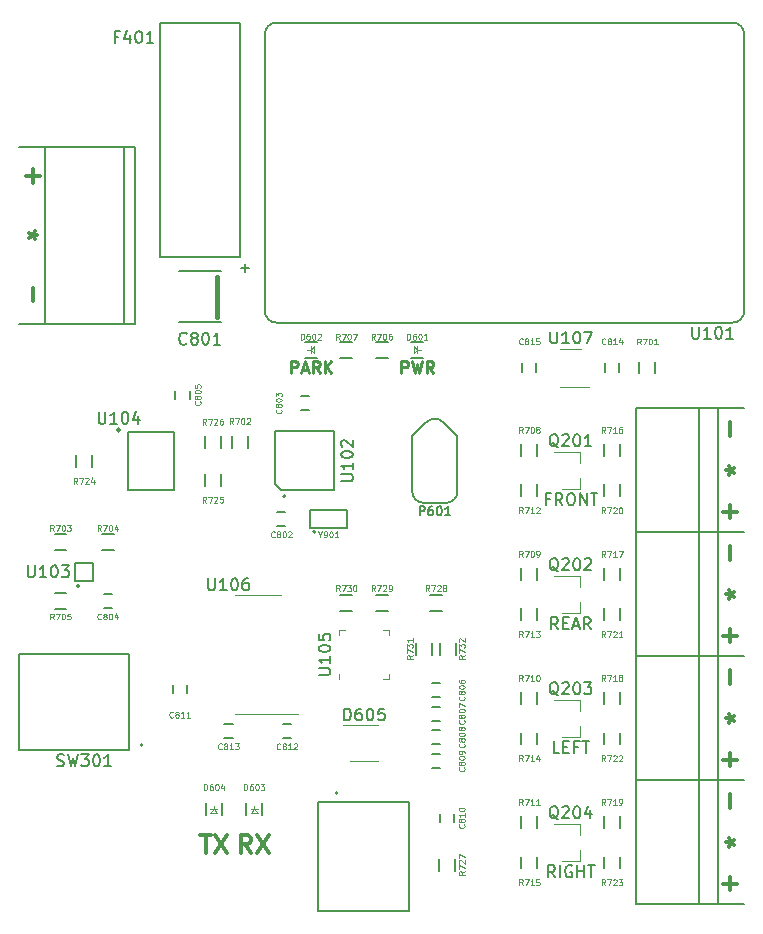
<source format=gto>
G04 #@! TF.GenerationSoftware,KiCad,Pcbnew,5.1.6-c6e7f7d~86~ubuntu18.04.1*
G04 #@! TF.CreationDate,2020-06-26T16:23:30-07:00*
G04 #@! TF.ProjectId,VehicleAccessoryController,56656869-636c-4654-9163-636573736f72,1.0*
G04 #@! TF.SameCoordinates,Original*
G04 #@! TF.FileFunction,Legend,Top*
G04 #@! TF.FilePolarity,Positive*
%FSLAX46Y46*%
G04 Gerber Fmt 4.6, Leading zero omitted, Abs format (unit mm)*
G04 Created by KiCad (PCBNEW 5.1.6-c6e7f7d~86~ubuntu18.04.1) date 2020-06-26 16:23:30*
%MOMM*%
%LPD*%
G01*
G04 APERTURE LIST*
%ADD10C,0.150000*%
%ADD11C,0.250000*%
%ADD12C,0.300000*%
%ADD13C,0.400000*%
%ADD14C,0.100000*%
%ADD15C,0.127000*%
%ADD16C,0.120000*%
%ADD17C,0.125000*%
G04 APERTURE END LIST*
D10*
X116800000Y-91000000D02*
X126600000Y-91000000D01*
X116800000Y-76000000D02*
X126600000Y-76000000D01*
X169000000Y-140150000D02*
X178200000Y-140150000D01*
X169000000Y-129650000D02*
X178200000Y-129650000D01*
X169000000Y-119150000D02*
X178200000Y-119150000D01*
X169000000Y-108650000D02*
X178200000Y-108650000D01*
X169000000Y-98150000D02*
X178200000Y-98150000D01*
X162166666Y-137852380D02*
X161833333Y-137376190D01*
X161595238Y-137852380D02*
X161595238Y-136852380D01*
X161976190Y-136852380D01*
X162071428Y-136900000D01*
X162119047Y-136947619D01*
X162166666Y-137042857D01*
X162166666Y-137185714D01*
X162119047Y-137280952D01*
X162071428Y-137328571D01*
X161976190Y-137376190D01*
X161595238Y-137376190D01*
X162595238Y-137852380D02*
X162595238Y-136852380D01*
X163595238Y-136900000D02*
X163500000Y-136852380D01*
X163357142Y-136852380D01*
X163214285Y-136900000D01*
X163119047Y-136995238D01*
X163071428Y-137090476D01*
X163023809Y-137280952D01*
X163023809Y-137423809D01*
X163071428Y-137614285D01*
X163119047Y-137709523D01*
X163214285Y-137804761D01*
X163357142Y-137852380D01*
X163452380Y-137852380D01*
X163595238Y-137804761D01*
X163642857Y-137757142D01*
X163642857Y-137423809D01*
X163452380Y-137423809D01*
X164071428Y-137852380D02*
X164071428Y-136852380D01*
X164071428Y-137328571D02*
X164642857Y-137328571D01*
X164642857Y-137852380D02*
X164642857Y-136852380D01*
X164976190Y-136852380D02*
X165547619Y-136852380D01*
X165261904Y-137852380D02*
X165261904Y-136852380D01*
X162547619Y-127352380D02*
X162071428Y-127352380D01*
X162071428Y-126352380D01*
X162880952Y-126828571D02*
X163214285Y-126828571D01*
X163357142Y-127352380D02*
X162880952Y-127352380D01*
X162880952Y-126352380D01*
X163357142Y-126352380D01*
X164119047Y-126828571D02*
X163785714Y-126828571D01*
X163785714Y-127352380D02*
X163785714Y-126352380D01*
X164261904Y-126352380D01*
X164500000Y-126352380D02*
X165071428Y-126352380D01*
X164785714Y-127352380D02*
X164785714Y-126352380D01*
X162428571Y-116852380D02*
X162095238Y-116376190D01*
X161857142Y-116852380D02*
X161857142Y-115852380D01*
X162238095Y-115852380D01*
X162333333Y-115900000D01*
X162380952Y-115947619D01*
X162428571Y-116042857D01*
X162428571Y-116185714D01*
X162380952Y-116280952D01*
X162333333Y-116328571D01*
X162238095Y-116376190D01*
X161857142Y-116376190D01*
X162857142Y-116328571D02*
X163190476Y-116328571D01*
X163333333Y-116852380D02*
X162857142Y-116852380D01*
X162857142Y-115852380D01*
X163333333Y-115852380D01*
X163714285Y-116566666D02*
X164190476Y-116566666D01*
X163619047Y-116852380D02*
X163952380Y-115852380D01*
X164285714Y-116852380D01*
X165190476Y-116852380D02*
X164857142Y-116376190D01*
X164619047Y-116852380D02*
X164619047Y-115852380D01*
X165000000Y-115852380D01*
X165095238Y-115900000D01*
X165142857Y-115947619D01*
X165190476Y-116042857D01*
X165190476Y-116185714D01*
X165142857Y-116280952D01*
X165095238Y-116328571D01*
X165000000Y-116376190D01*
X164619047Y-116376190D01*
X161714285Y-105828571D02*
X161380952Y-105828571D01*
X161380952Y-106352380D02*
X161380952Y-105352380D01*
X161857142Y-105352380D01*
X162809523Y-106352380D02*
X162476190Y-105876190D01*
X162238095Y-106352380D02*
X162238095Y-105352380D01*
X162619047Y-105352380D01*
X162714285Y-105400000D01*
X162761904Y-105447619D01*
X162809523Y-105542857D01*
X162809523Y-105685714D01*
X162761904Y-105780952D01*
X162714285Y-105828571D01*
X162619047Y-105876190D01*
X162238095Y-105876190D01*
X163428571Y-105352380D02*
X163619047Y-105352380D01*
X163714285Y-105400000D01*
X163809523Y-105495238D01*
X163857142Y-105685714D01*
X163857142Y-106019047D01*
X163809523Y-106209523D01*
X163714285Y-106304761D01*
X163619047Y-106352380D01*
X163428571Y-106352380D01*
X163333333Y-106304761D01*
X163238095Y-106209523D01*
X163190476Y-106019047D01*
X163190476Y-105685714D01*
X163238095Y-105495238D01*
X163333333Y-105400000D01*
X163428571Y-105352380D01*
X164285714Y-106352380D02*
X164285714Y-105352380D01*
X164857142Y-106352380D01*
X164857142Y-105352380D01*
X165190476Y-105352380D02*
X165761904Y-105352380D01*
X165476190Y-106352380D02*
X165476190Y-105352380D01*
D11*
X139809523Y-95152380D02*
X139809523Y-94152380D01*
X140190476Y-94152380D01*
X140285714Y-94200000D01*
X140333333Y-94247619D01*
X140380952Y-94342857D01*
X140380952Y-94485714D01*
X140333333Y-94580952D01*
X140285714Y-94628571D01*
X140190476Y-94676190D01*
X139809523Y-94676190D01*
X140761904Y-94866666D02*
X141238095Y-94866666D01*
X140666666Y-95152380D02*
X141000000Y-94152380D01*
X141333333Y-95152380D01*
X142238095Y-95152380D02*
X141904761Y-94676190D01*
X141666666Y-95152380D02*
X141666666Y-94152380D01*
X142047619Y-94152380D01*
X142142857Y-94200000D01*
X142190476Y-94247619D01*
X142238095Y-94342857D01*
X142238095Y-94485714D01*
X142190476Y-94580952D01*
X142142857Y-94628571D01*
X142047619Y-94676190D01*
X141666666Y-94676190D01*
X142666666Y-95152380D02*
X142666666Y-94152380D01*
X143238095Y-95152380D02*
X142809523Y-94580952D01*
X143238095Y-94152380D02*
X142666666Y-94723809D01*
X149166666Y-95152380D02*
X149166666Y-94152380D01*
X149547619Y-94152380D01*
X149642857Y-94200000D01*
X149690476Y-94247619D01*
X149738095Y-94342857D01*
X149738095Y-94485714D01*
X149690476Y-94580952D01*
X149642857Y-94628571D01*
X149547619Y-94676190D01*
X149166666Y-94676190D01*
X150071428Y-94152380D02*
X150309523Y-95152380D01*
X150500000Y-94438095D01*
X150690476Y-95152380D01*
X150928571Y-94152380D01*
X151880952Y-95152380D02*
X151547619Y-94676190D01*
X151309523Y-95152380D02*
X151309523Y-94152380D01*
X151690476Y-94152380D01*
X151785714Y-94200000D01*
X151833333Y-94247619D01*
X151880952Y-94342857D01*
X151880952Y-94485714D01*
X151833333Y-94580952D01*
X151785714Y-94628571D01*
X151690476Y-94676190D01*
X151309523Y-94676190D01*
D12*
X136450000Y-135778571D02*
X135950000Y-135064285D01*
X135592857Y-135778571D02*
X135592857Y-134278571D01*
X136164285Y-134278571D01*
X136307142Y-134350000D01*
X136378571Y-134421428D01*
X136450000Y-134564285D01*
X136450000Y-134778571D01*
X136378571Y-134921428D01*
X136307142Y-134992857D01*
X136164285Y-135064285D01*
X135592857Y-135064285D01*
X136950000Y-134278571D02*
X137950000Y-135778571D01*
X137950000Y-134278571D02*
X136950000Y-135778571D01*
X132157142Y-134278571D02*
X133014285Y-134278571D01*
X132585714Y-135778571D02*
X132585714Y-134278571D01*
X133371428Y-134278571D02*
X134371428Y-135778571D01*
X134371428Y-134278571D02*
X133371428Y-135778571D01*
X117992857Y-77928571D02*
X117992857Y-79071428D01*
X117421428Y-78500000D02*
X118564285Y-78500000D01*
X117992857Y-87928571D02*
X117992857Y-89071428D01*
X118321428Y-83500000D02*
X117964285Y-83500000D01*
X118107142Y-83142857D02*
X117964285Y-83500000D01*
X118107142Y-83857142D01*
X117678571Y-83285714D02*
X117964285Y-83500000D01*
X117678571Y-83714285D01*
X176678571Y-134900000D02*
X177035714Y-134900000D01*
X176892857Y-135257142D02*
X177035714Y-134900000D01*
X176892857Y-134542857D01*
X177321428Y-135114285D02*
X177035714Y-134900000D01*
X177321428Y-134685714D01*
X176678571Y-124400000D02*
X177035714Y-124400000D01*
X176892857Y-124757142D02*
X177035714Y-124400000D01*
X176892857Y-124042857D01*
X177321428Y-124614285D02*
X177035714Y-124400000D01*
X177321428Y-124185714D01*
X176678571Y-113900000D02*
X177035714Y-113900000D01*
X176892857Y-114257142D02*
X177035714Y-113900000D01*
X176892857Y-113542857D01*
X177321428Y-114114285D02*
X177035714Y-113900000D01*
X177321428Y-113685714D01*
X177007142Y-131971428D02*
X177007142Y-130828571D01*
X177007142Y-121471428D02*
X177007142Y-120328571D01*
X177007142Y-110971428D02*
X177007142Y-109828571D01*
X177007142Y-138971428D02*
X177007142Y-137828571D01*
X177578571Y-138400000D02*
X176435714Y-138400000D01*
X177007142Y-128471428D02*
X177007142Y-127328571D01*
X177578571Y-127900000D02*
X176435714Y-127900000D01*
X177007142Y-117971428D02*
X177007142Y-116828571D01*
X177578571Y-117400000D02*
X176435714Y-117400000D01*
X176678571Y-103400000D02*
X177035714Y-103400000D01*
X176892857Y-103757142D02*
X177035714Y-103400000D01*
X176892857Y-103042857D01*
X177321428Y-103614285D02*
X177035714Y-103400000D01*
X177321428Y-103185714D01*
X177007142Y-100471428D02*
X177007142Y-99328571D01*
X177007142Y-107471428D02*
X177007142Y-106328571D01*
X177578571Y-106900000D02*
X176435714Y-106900000D01*
D10*
X121550000Y-111250000D02*
X123050000Y-111250000D01*
X123050000Y-111250000D02*
X123050000Y-112750000D01*
X123050000Y-112750000D02*
X121550000Y-112750000D01*
X121550000Y-112750000D02*
X121550000Y-111250000D01*
X121900000Y-113200000D02*
G75*
G03*
X121900000Y-113200000I-100000J0D01*
G01*
X137600000Y-89900000D02*
X137600000Y-66500000D01*
X177200000Y-90900000D02*
X138600000Y-90900000D01*
X178200000Y-66500000D02*
X178200000Y-89900000D01*
X138600000Y-65500000D02*
X177200000Y-65500000D01*
X178200000Y-66500000D02*
G75*
G03*
X177200000Y-65500000I-1000000J0D01*
G01*
X138600000Y-65500000D02*
G75*
G03*
X137600000Y-66500000I0J-1000000D01*
G01*
X137600000Y-89900000D02*
G75*
G03*
X138600000Y-90900000I1000000J0D01*
G01*
X177200000Y-90900000D02*
G75*
G03*
X178200000Y-89900000I0J1000000D01*
G01*
X136300000Y-86250000D02*
X135600000Y-86250000D01*
X135950000Y-86600000D02*
X135950000Y-85900000D01*
D13*
X133600000Y-90400000D02*
X133600000Y-87000000D01*
D10*
X130300000Y-86550000D02*
X133900000Y-86550000D01*
X133900000Y-90850000D02*
X130300000Y-90850000D01*
X125700000Y-76000000D02*
X125700000Y-91000000D01*
X119000000Y-91000000D02*
X119000000Y-76000000D01*
X126600000Y-91000000D02*
X119000000Y-91000000D01*
X126600000Y-76000000D02*
X126600000Y-91000000D01*
X119000000Y-76000000D02*
X126600000Y-76000000D01*
X128735000Y-65495000D02*
X135465000Y-65495000D01*
X128735000Y-85305000D02*
X128735000Y-65495000D01*
X135465000Y-85305000D02*
X128735000Y-85305000D01*
X135465000Y-65495000D02*
X135465000Y-85305000D01*
X125410294Y-100000000D02*
G75*
G03*
X125410294Y-100000000I-170294J0D01*
G01*
X125990000Y-105050000D02*
X125990000Y-100150000D01*
X129890000Y-105050000D02*
X125990000Y-105050000D01*
X129890000Y-100150000D02*
X129890000Y-105050000D01*
X125990000Y-100150000D02*
X129890000Y-100150000D01*
D14*
X150800000Y-93200000D02*
X150500000Y-93200000D01*
X150500000Y-93500000D02*
X150500000Y-92900000D01*
X150200000Y-92900000D02*
X150500000Y-93200000D01*
X150200000Y-93500000D02*
X150200000Y-92900000D01*
X150500000Y-93200000D02*
X150200000Y-93500000D01*
D10*
X151000000Y-93880000D02*
X150000000Y-93880000D01*
X150000000Y-92520000D02*
X151000000Y-92520000D01*
D14*
X141200000Y-93200000D02*
X141500000Y-93200000D01*
X141500000Y-92900000D02*
X141500000Y-93500000D01*
X141800000Y-93500000D02*
X141500000Y-93200000D01*
X141800000Y-92900000D02*
X141800000Y-93500000D01*
X141500000Y-93200000D02*
X141800000Y-92900000D01*
D10*
X141000000Y-92520000D02*
X142000000Y-92520000D01*
X142000000Y-93880000D02*
X141000000Y-93880000D01*
D14*
X136700000Y-131800000D02*
X136700000Y-132100000D01*
X137000000Y-132100000D02*
X136400000Y-132100000D01*
X136400000Y-132400000D02*
X136700000Y-132100000D01*
X137000000Y-132400000D02*
X136400000Y-132400000D01*
X136700000Y-132100000D02*
X137000000Y-132400000D01*
D10*
X137380000Y-131600000D02*
X137380000Y-132600000D01*
X136020000Y-132600000D02*
X136020000Y-131600000D01*
D14*
X133300000Y-131800000D02*
X133300000Y-132100000D01*
X133600000Y-132100000D02*
X133000000Y-132100000D01*
X133000000Y-132400000D02*
X133300000Y-132100000D01*
X133600000Y-132400000D02*
X133000000Y-132400000D01*
X133300000Y-132100000D02*
X133600000Y-132400000D01*
D10*
X133980000Y-131600000D02*
X133980000Y-132600000D01*
X132620000Y-132600000D02*
X132620000Y-131600000D01*
D15*
X138500000Y-104600000D02*
X138500000Y-100100000D01*
X138500000Y-100100000D02*
X143500000Y-100100000D01*
X143500000Y-100100000D02*
X143500000Y-105100000D01*
X143500000Y-105100000D02*
X139000000Y-105100000D01*
X139000000Y-105100000D02*
X138500000Y-104600000D01*
D10*
X139350000Y-105600000D02*
G75*
G03*
X139350000Y-105600000I-100000J0D01*
G01*
X142150000Y-131500000D02*
X149850000Y-131500000D01*
X149850000Y-131500000D02*
X149850000Y-140700000D01*
X149850000Y-140700000D02*
X142150000Y-140700000D01*
X142150000Y-140700000D02*
X142150000Y-131500000D01*
X143800000Y-130720000D02*
G75*
G03*
X143800000Y-130720000I-100000J0D01*
G01*
X127270000Y-126640000D02*
G75*
G03*
X127270000Y-126640000I-100000J0D01*
G01*
X116800000Y-118935000D02*
X126070000Y-118935000D01*
X116800000Y-127065000D02*
X116800000Y-118935000D01*
X126070000Y-127065000D02*
X116800000Y-127065000D01*
X126070000Y-118935000D02*
X126070000Y-127065000D01*
X174400000Y-98150000D02*
X174400000Y-108650000D01*
X176000000Y-108650000D02*
X169000000Y-108650000D01*
X176000000Y-98150000D02*
X176000000Y-108650000D01*
X169000000Y-98150000D02*
X176000000Y-98150000D01*
X169000000Y-108650000D02*
X169000000Y-98150000D01*
X174400000Y-108650000D02*
X174400000Y-119150000D01*
X176000000Y-119150000D02*
X169000000Y-119150000D01*
X176000000Y-108650000D02*
X176000000Y-119150000D01*
X169000000Y-108650000D02*
X176000000Y-108650000D01*
X169000000Y-119150000D02*
X169000000Y-108650000D01*
X174400000Y-119150000D02*
X174400000Y-129650000D01*
X176000000Y-129650000D02*
X169000000Y-129650000D01*
X176000000Y-119150000D02*
X176000000Y-129650000D01*
X169000000Y-119150000D02*
X176000000Y-119150000D01*
X169000000Y-129650000D02*
X169000000Y-119150000D01*
X174400000Y-129650000D02*
X174400000Y-140150000D01*
X176000000Y-140150000D02*
X169000000Y-140150000D01*
X176000000Y-129650000D02*
X176000000Y-140150000D01*
X169000000Y-129650000D02*
X176000000Y-129650000D01*
X169000000Y-140150000D02*
X169000000Y-129650000D01*
X139350000Y-108100000D02*
X138650000Y-108100000D01*
X138650000Y-106900000D02*
X139350000Y-106900000D01*
X140650000Y-97100000D02*
X141350000Y-97100000D01*
X141350000Y-98300000D02*
X140650000Y-98300000D01*
X124650000Y-115100000D02*
X123950000Y-115100000D01*
X123950000Y-113900000D02*
X124650000Y-113900000D01*
X131240000Y-96650000D02*
X131240000Y-97350000D01*
X130040000Y-97350000D02*
X130040000Y-96650000D01*
X151750000Y-121400000D02*
X152450000Y-121400000D01*
X152450000Y-122600000D02*
X151750000Y-122600000D01*
X151750000Y-123400000D02*
X152450000Y-123400000D01*
X152450000Y-124600000D02*
X151750000Y-124600000D01*
X151750000Y-125400000D02*
X152450000Y-125400000D01*
X152450000Y-126600000D02*
X151750000Y-126600000D01*
X152450000Y-128600000D02*
X151750000Y-128600000D01*
X151750000Y-127400000D02*
X152450000Y-127400000D01*
X152400000Y-133170000D02*
X152400000Y-132470000D01*
X153600000Y-132470000D02*
X153600000Y-133170000D01*
X131000000Y-121555000D02*
X131000000Y-122255000D01*
X129800000Y-122255000D02*
X129800000Y-121555000D01*
X139825000Y-126100000D02*
X139125000Y-126100000D01*
X139125000Y-124900000D02*
X139825000Y-124900000D01*
X134875000Y-126100000D02*
X134175000Y-126100000D01*
X134175000Y-124900000D02*
X134875000Y-124900000D01*
D16*
X144800000Y-128050000D02*
X147200000Y-128050000D01*
X147200000Y-124950000D02*
X144250000Y-124950000D01*
D15*
X150095000Y-105203500D02*
X150095000Y-100517200D01*
X153905000Y-105203500D02*
X153905000Y-100517200D01*
X151276100Y-99336100D02*
X150095000Y-100517200D01*
X152723900Y-99336100D02*
X153905000Y-100517200D01*
X152952500Y-106156000D02*
X151047500Y-106156000D01*
X152723900Y-99336100D02*
G75*
G03*
X151276100Y-99336100I-723900J-723900D01*
G01*
X150095000Y-105203500D02*
G75*
G03*
X151047500Y-106156000I952500J0D01*
G01*
X152952500Y-106156000D02*
G75*
G03*
X153905000Y-105203500I0J952500D01*
G01*
D16*
X164260000Y-104980000D02*
X162800000Y-104980000D01*
X164260000Y-101820000D02*
X162100000Y-101820000D01*
X164260000Y-101820000D02*
X164260000Y-102750000D01*
X164260000Y-104980000D02*
X164260000Y-104050000D01*
X164260000Y-125980000D02*
X164260000Y-125050000D01*
X164260000Y-122820000D02*
X164260000Y-123750000D01*
X164260000Y-122820000D02*
X162100000Y-122820000D01*
X164260000Y-125980000D02*
X162800000Y-125980000D01*
X164260000Y-136480000D02*
X162800000Y-136480000D01*
X164260000Y-133320000D02*
X162100000Y-133320000D01*
X164260000Y-133320000D02*
X164260000Y-134250000D01*
X164260000Y-136480000D02*
X164260000Y-135550000D01*
D10*
X170680000Y-94200000D02*
X170680000Y-95200000D01*
X169320000Y-95200000D02*
X169320000Y-94200000D01*
X134820000Y-101500000D02*
X134820000Y-100500000D01*
X136180000Y-100500000D02*
X136180000Y-101500000D01*
X120800000Y-110180000D02*
X119800000Y-110180000D01*
X119800000Y-108820000D02*
X120800000Y-108820000D01*
X123800000Y-108820000D02*
X124800000Y-108820000D01*
X124800000Y-110180000D02*
X123800000Y-110180000D01*
X119800000Y-113820000D02*
X120800000Y-113820000D01*
X120800000Y-115180000D02*
X119800000Y-115180000D01*
X148000000Y-93880000D02*
X147000000Y-93880000D01*
X147000000Y-92520000D02*
X148000000Y-92520000D01*
X145000000Y-93880000D02*
X144000000Y-93880000D01*
X144000000Y-92520000D02*
X145000000Y-92520000D01*
X160680000Y-101200000D02*
X160680000Y-102200000D01*
X159320000Y-102200000D02*
X159320000Y-101200000D01*
X159320000Y-112700000D02*
X159320000Y-111700000D01*
X160680000Y-111700000D02*
X160680000Y-112700000D01*
X160680000Y-122200000D02*
X160680000Y-123200000D01*
X159320000Y-123200000D02*
X159320000Y-122200000D01*
X159320000Y-133700000D02*
X159320000Y-132700000D01*
X160680000Y-132700000D02*
X160680000Y-133700000D01*
X160680000Y-104600000D02*
X160680000Y-105600000D01*
X159320000Y-105600000D02*
X159320000Y-104600000D01*
X159320000Y-116100000D02*
X159320000Y-115100000D01*
X160680000Y-115100000D02*
X160680000Y-116100000D01*
X159320000Y-126600000D02*
X159320000Y-125600000D01*
X160680000Y-125600000D02*
X160680000Y-126600000D01*
X160680000Y-136100000D02*
X160680000Y-137100000D01*
X159320000Y-137100000D02*
X159320000Y-136100000D01*
X166320000Y-102200000D02*
X166320000Y-101200000D01*
X167680000Y-101200000D02*
X167680000Y-102200000D01*
X167680000Y-111700000D02*
X167680000Y-112700000D01*
X166320000Y-112700000D02*
X166320000Y-111700000D01*
X166320000Y-123200000D02*
X166320000Y-122200000D01*
X167680000Y-122200000D02*
X167680000Y-123200000D01*
X167680000Y-132700000D02*
X167680000Y-133700000D01*
X166320000Y-133700000D02*
X166320000Y-132700000D01*
X166320000Y-105600000D02*
X166320000Y-104600000D01*
X167680000Y-104600000D02*
X167680000Y-105600000D01*
X166320000Y-116100000D02*
X166320000Y-115100000D01*
X167680000Y-115100000D02*
X167680000Y-116100000D01*
X166320000Y-126600000D02*
X166320000Y-125600000D01*
X167680000Y-125600000D02*
X167680000Y-126600000D01*
X167680000Y-136100000D02*
X167680000Y-137100000D01*
X166320000Y-137100000D02*
X166320000Y-136100000D01*
X121620000Y-103100000D02*
X121620000Y-102100000D01*
X122980000Y-102100000D02*
X122980000Y-103100000D01*
X133880000Y-103700000D02*
X133880000Y-104700000D01*
X132520000Y-104700000D02*
X132520000Y-103700000D01*
X133880000Y-100500000D02*
X133880000Y-101500000D01*
X132520000Y-101500000D02*
X132520000Y-100500000D01*
X153680000Y-136320000D02*
X153680000Y-137320000D01*
X152320000Y-137320000D02*
X152320000Y-136320000D01*
X152600000Y-115280000D02*
X151600000Y-115280000D01*
X151600000Y-113920000D02*
X152600000Y-113920000D01*
X147000000Y-113920000D02*
X148000000Y-113920000D01*
X148000000Y-115280000D02*
X147000000Y-115280000D01*
X144000000Y-113920000D02*
X145000000Y-113920000D01*
X145000000Y-115280000D02*
X144000000Y-115280000D01*
X150420000Y-119000000D02*
X150420000Y-118000000D01*
X151780000Y-118000000D02*
X151780000Y-119000000D01*
X152420000Y-119000000D02*
X152420000Y-118000000D01*
X153780000Y-118000000D02*
X153780000Y-119000000D01*
D16*
X143890000Y-117365000D02*
X143890000Y-116890000D01*
X143890000Y-116890000D02*
X144365000Y-116890000D01*
X148110000Y-120635000D02*
X148110000Y-121110000D01*
X148110000Y-121110000D02*
X147635000Y-121110000D01*
X148110000Y-117365000D02*
X148110000Y-116890000D01*
X148110000Y-116890000D02*
X147635000Y-116890000D01*
X143890000Y-120635000D02*
X143890000Y-121110000D01*
D10*
X141900000Y-108600000D02*
G75*
G03*
X141900000Y-108600000I-100000J0D01*
G01*
D15*
X144600000Y-108250000D02*
X141400000Y-108250000D01*
X144600000Y-106750000D02*
X144600000Y-108250000D01*
X141400000Y-106750000D02*
X144600000Y-106750000D01*
X141400000Y-108250000D02*
X141400000Y-106750000D01*
D16*
X137000000Y-113940000D02*
X135050000Y-113940000D01*
X137000000Y-113940000D02*
X138950000Y-113940000D01*
X137000000Y-124060000D02*
X135050000Y-124060000D01*
X137000000Y-124060000D02*
X140450000Y-124060000D01*
X164400000Y-93090000D02*
X162600000Y-93090000D01*
X162600000Y-96310000D02*
X165050000Y-96310000D01*
D10*
X167600000Y-94350000D02*
X167600000Y-95050000D01*
X166400000Y-95050000D02*
X166400000Y-94350000D01*
X160600000Y-94350000D02*
X160600000Y-95050000D01*
X159400000Y-95050000D02*
X159400000Y-94350000D01*
D16*
X164260000Y-115480000D02*
X162800000Y-115480000D01*
X164260000Y-112320000D02*
X162100000Y-112320000D01*
X164260000Y-112320000D02*
X164260000Y-113250000D01*
X164260000Y-115480000D02*
X164260000Y-114550000D01*
D10*
X117535714Y-111452380D02*
X117535714Y-112261904D01*
X117583333Y-112357142D01*
X117630952Y-112404761D01*
X117726190Y-112452380D01*
X117916666Y-112452380D01*
X118011904Y-112404761D01*
X118059523Y-112357142D01*
X118107142Y-112261904D01*
X118107142Y-111452380D01*
X119107142Y-112452380D02*
X118535714Y-112452380D01*
X118821428Y-112452380D02*
X118821428Y-111452380D01*
X118726190Y-111595238D01*
X118630952Y-111690476D01*
X118535714Y-111738095D01*
X119726190Y-111452380D02*
X119821428Y-111452380D01*
X119916666Y-111500000D01*
X119964285Y-111547619D01*
X120011904Y-111642857D01*
X120059523Y-111833333D01*
X120059523Y-112071428D01*
X120011904Y-112261904D01*
X119964285Y-112357142D01*
X119916666Y-112404761D01*
X119821428Y-112452380D01*
X119726190Y-112452380D01*
X119630952Y-112404761D01*
X119583333Y-112357142D01*
X119535714Y-112261904D01*
X119488095Y-112071428D01*
X119488095Y-111833333D01*
X119535714Y-111642857D01*
X119583333Y-111547619D01*
X119630952Y-111500000D01*
X119726190Y-111452380D01*
X120392857Y-111452380D02*
X121011904Y-111452380D01*
X120678571Y-111833333D01*
X120821428Y-111833333D01*
X120916666Y-111880952D01*
X120964285Y-111928571D01*
X121011904Y-112023809D01*
X121011904Y-112261904D01*
X120964285Y-112357142D01*
X120916666Y-112404761D01*
X120821428Y-112452380D01*
X120535714Y-112452380D01*
X120440476Y-112404761D01*
X120392857Y-112357142D01*
X173785714Y-91252380D02*
X173785714Y-92061904D01*
X173833333Y-92157142D01*
X173880952Y-92204761D01*
X173976190Y-92252380D01*
X174166666Y-92252380D01*
X174261904Y-92204761D01*
X174309523Y-92157142D01*
X174357142Y-92061904D01*
X174357142Y-91252380D01*
X175357142Y-92252380D02*
X174785714Y-92252380D01*
X175071428Y-92252380D02*
X175071428Y-91252380D01*
X174976190Y-91395238D01*
X174880952Y-91490476D01*
X174785714Y-91538095D01*
X175976190Y-91252380D02*
X176071428Y-91252380D01*
X176166666Y-91300000D01*
X176214285Y-91347619D01*
X176261904Y-91442857D01*
X176309523Y-91633333D01*
X176309523Y-91871428D01*
X176261904Y-92061904D01*
X176214285Y-92157142D01*
X176166666Y-92204761D01*
X176071428Y-92252380D01*
X175976190Y-92252380D01*
X175880952Y-92204761D01*
X175833333Y-92157142D01*
X175785714Y-92061904D01*
X175738095Y-91871428D01*
X175738095Y-91633333D01*
X175785714Y-91442857D01*
X175833333Y-91347619D01*
X175880952Y-91300000D01*
X175976190Y-91252380D01*
X177261904Y-92252380D02*
X176690476Y-92252380D01*
X176976190Y-92252380D02*
X176976190Y-91252380D01*
X176880952Y-91395238D01*
X176785714Y-91490476D01*
X176690476Y-91538095D01*
X130980952Y-92657142D02*
X130933333Y-92704761D01*
X130790476Y-92752380D01*
X130695238Y-92752380D01*
X130552380Y-92704761D01*
X130457142Y-92609523D01*
X130409523Y-92514285D01*
X130361904Y-92323809D01*
X130361904Y-92180952D01*
X130409523Y-91990476D01*
X130457142Y-91895238D01*
X130552380Y-91800000D01*
X130695238Y-91752380D01*
X130790476Y-91752380D01*
X130933333Y-91800000D01*
X130980952Y-91847619D01*
X131552380Y-92180952D02*
X131457142Y-92133333D01*
X131409523Y-92085714D01*
X131361904Y-91990476D01*
X131361904Y-91942857D01*
X131409523Y-91847619D01*
X131457142Y-91800000D01*
X131552380Y-91752380D01*
X131742857Y-91752380D01*
X131838095Y-91800000D01*
X131885714Y-91847619D01*
X131933333Y-91942857D01*
X131933333Y-91990476D01*
X131885714Y-92085714D01*
X131838095Y-92133333D01*
X131742857Y-92180952D01*
X131552380Y-92180952D01*
X131457142Y-92228571D01*
X131409523Y-92276190D01*
X131361904Y-92371428D01*
X131361904Y-92561904D01*
X131409523Y-92657142D01*
X131457142Y-92704761D01*
X131552380Y-92752380D01*
X131742857Y-92752380D01*
X131838095Y-92704761D01*
X131885714Y-92657142D01*
X131933333Y-92561904D01*
X131933333Y-92371428D01*
X131885714Y-92276190D01*
X131838095Y-92228571D01*
X131742857Y-92180952D01*
X132552380Y-91752380D02*
X132647619Y-91752380D01*
X132742857Y-91800000D01*
X132790476Y-91847619D01*
X132838095Y-91942857D01*
X132885714Y-92133333D01*
X132885714Y-92371428D01*
X132838095Y-92561904D01*
X132790476Y-92657142D01*
X132742857Y-92704761D01*
X132647619Y-92752380D01*
X132552380Y-92752380D01*
X132457142Y-92704761D01*
X132409523Y-92657142D01*
X132361904Y-92561904D01*
X132314285Y-92371428D01*
X132314285Y-92133333D01*
X132361904Y-91942857D01*
X132409523Y-91847619D01*
X132457142Y-91800000D01*
X132552380Y-91752380D01*
X133838095Y-92752380D02*
X133266666Y-92752380D01*
X133552380Y-92752380D02*
X133552380Y-91752380D01*
X133457142Y-91895238D01*
X133361904Y-91990476D01*
X133266666Y-92038095D01*
X125214285Y-66678571D02*
X124880952Y-66678571D01*
X124880952Y-67202380D02*
X124880952Y-66202380D01*
X125357142Y-66202380D01*
X126166666Y-66535714D02*
X126166666Y-67202380D01*
X125928571Y-66154761D02*
X125690476Y-66869047D01*
X126309523Y-66869047D01*
X126880952Y-66202380D02*
X126976190Y-66202380D01*
X127071428Y-66250000D01*
X127119047Y-66297619D01*
X127166666Y-66392857D01*
X127214285Y-66583333D01*
X127214285Y-66821428D01*
X127166666Y-67011904D01*
X127119047Y-67107142D01*
X127071428Y-67154761D01*
X126976190Y-67202380D01*
X126880952Y-67202380D01*
X126785714Y-67154761D01*
X126738095Y-67107142D01*
X126690476Y-67011904D01*
X126642857Y-66821428D01*
X126642857Y-66583333D01*
X126690476Y-66392857D01*
X126738095Y-66297619D01*
X126785714Y-66250000D01*
X126880952Y-66202380D01*
X128166666Y-67202380D02*
X127595238Y-67202380D01*
X127880952Y-67202380D02*
X127880952Y-66202380D01*
X127785714Y-66345238D01*
X127690476Y-66440476D01*
X127595238Y-66488095D01*
X123525714Y-98452380D02*
X123525714Y-99261904D01*
X123573333Y-99357142D01*
X123620952Y-99404761D01*
X123716190Y-99452380D01*
X123906666Y-99452380D01*
X124001904Y-99404761D01*
X124049523Y-99357142D01*
X124097142Y-99261904D01*
X124097142Y-98452380D01*
X125097142Y-99452380D02*
X124525714Y-99452380D01*
X124811428Y-99452380D02*
X124811428Y-98452380D01*
X124716190Y-98595238D01*
X124620952Y-98690476D01*
X124525714Y-98738095D01*
X125716190Y-98452380D02*
X125811428Y-98452380D01*
X125906666Y-98500000D01*
X125954285Y-98547619D01*
X126001904Y-98642857D01*
X126049523Y-98833333D01*
X126049523Y-99071428D01*
X126001904Y-99261904D01*
X125954285Y-99357142D01*
X125906666Y-99404761D01*
X125811428Y-99452380D01*
X125716190Y-99452380D01*
X125620952Y-99404761D01*
X125573333Y-99357142D01*
X125525714Y-99261904D01*
X125478095Y-99071428D01*
X125478095Y-98833333D01*
X125525714Y-98642857D01*
X125573333Y-98547619D01*
X125620952Y-98500000D01*
X125716190Y-98452380D01*
X126906666Y-98785714D02*
X126906666Y-99452380D01*
X126668571Y-98404761D02*
X126430476Y-99119047D01*
X127049523Y-99119047D01*
D17*
X149654761Y-92326190D02*
X149654761Y-91826190D01*
X149773809Y-91826190D01*
X149845238Y-91850000D01*
X149892857Y-91897619D01*
X149916666Y-91945238D01*
X149940476Y-92040476D01*
X149940476Y-92111904D01*
X149916666Y-92207142D01*
X149892857Y-92254761D01*
X149845238Y-92302380D01*
X149773809Y-92326190D01*
X149654761Y-92326190D01*
X150369047Y-91826190D02*
X150273809Y-91826190D01*
X150226190Y-91850000D01*
X150202380Y-91873809D01*
X150154761Y-91945238D01*
X150130952Y-92040476D01*
X150130952Y-92230952D01*
X150154761Y-92278571D01*
X150178571Y-92302380D01*
X150226190Y-92326190D01*
X150321428Y-92326190D01*
X150369047Y-92302380D01*
X150392857Y-92278571D01*
X150416666Y-92230952D01*
X150416666Y-92111904D01*
X150392857Y-92064285D01*
X150369047Y-92040476D01*
X150321428Y-92016666D01*
X150226190Y-92016666D01*
X150178571Y-92040476D01*
X150154761Y-92064285D01*
X150130952Y-92111904D01*
X150726190Y-91826190D02*
X150773809Y-91826190D01*
X150821428Y-91850000D01*
X150845238Y-91873809D01*
X150869047Y-91921428D01*
X150892857Y-92016666D01*
X150892857Y-92135714D01*
X150869047Y-92230952D01*
X150845238Y-92278571D01*
X150821428Y-92302380D01*
X150773809Y-92326190D01*
X150726190Y-92326190D01*
X150678571Y-92302380D01*
X150654761Y-92278571D01*
X150630952Y-92230952D01*
X150607142Y-92135714D01*
X150607142Y-92016666D01*
X150630952Y-91921428D01*
X150654761Y-91873809D01*
X150678571Y-91850000D01*
X150726190Y-91826190D01*
X151369047Y-92326190D02*
X151083333Y-92326190D01*
X151226190Y-92326190D02*
X151226190Y-91826190D01*
X151178571Y-91897619D01*
X151130952Y-91945238D01*
X151083333Y-91969047D01*
X140654761Y-92326190D02*
X140654761Y-91826190D01*
X140773809Y-91826190D01*
X140845238Y-91850000D01*
X140892857Y-91897619D01*
X140916666Y-91945238D01*
X140940476Y-92040476D01*
X140940476Y-92111904D01*
X140916666Y-92207142D01*
X140892857Y-92254761D01*
X140845238Y-92302380D01*
X140773809Y-92326190D01*
X140654761Y-92326190D01*
X141369047Y-91826190D02*
X141273809Y-91826190D01*
X141226190Y-91850000D01*
X141202380Y-91873809D01*
X141154761Y-91945238D01*
X141130952Y-92040476D01*
X141130952Y-92230952D01*
X141154761Y-92278571D01*
X141178571Y-92302380D01*
X141226190Y-92326190D01*
X141321428Y-92326190D01*
X141369047Y-92302380D01*
X141392857Y-92278571D01*
X141416666Y-92230952D01*
X141416666Y-92111904D01*
X141392857Y-92064285D01*
X141369047Y-92040476D01*
X141321428Y-92016666D01*
X141226190Y-92016666D01*
X141178571Y-92040476D01*
X141154761Y-92064285D01*
X141130952Y-92111904D01*
X141726190Y-91826190D02*
X141773809Y-91826190D01*
X141821428Y-91850000D01*
X141845238Y-91873809D01*
X141869047Y-91921428D01*
X141892857Y-92016666D01*
X141892857Y-92135714D01*
X141869047Y-92230952D01*
X141845238Y-92278571D01*
X141821428Y-92302380D01*
X141773809Y-92326190D01*
X141726190Y-92326190D01*
X141678571Y-92302380D01*
X141654761Y-92278571D01*
X141630952Y-92230952D01*
X141607142Y-92135714D01*
X141607142Y-92016666D01*
X141630952Y-91921428D01*
X141654761Y-91873809D01*
X141678571Y-91850000D01*
X141726190Y-91826190D01*
X142083333Y-91873809D02*
X142107142Y-91850000D01*
X142154761Y-91826190D01*
X142273809Y-91826190D01*
X142321428Y-91850000D01*
X142345238Y-91873809D01*
X142369047Y-91921428D01*
X142369047Y-91969047D01*
X142345238Y-92040476D01*
X142059523Y-92326190D01*
X142369047Y-92326190D01*
X135854761Y-130476190D02*
X135854761Y-129976190D01*
X135973809Y-129976190D01*
X136045238Y-130000000D01*
X136092857Y-130047619D01*
X136116666Y-130095238D01*
X136140476Y-130190476D01*
X136140476Y-130261904D01*
X136116666Y-130357142D01*
X136092857Y-130404761D01*
X136045238Y-130452380D01*
X135973809Y-130476190D01*
X135854761Y-130476190D01*
X136569047Y-129976190D02*
X136473809Y-129976190D01*
X136426190Y-130000000D01*
X136402380Y-130023809D01*
X136354761Y-130095238D01*
X136330952Y-130190476D01*
X136330952Y-130380952D01*
X136354761Y-130428571D01*
X136378571Y-130452380D01*
X136426190Y-130476190D01*
X136521428Y-130476190D01*
X136569047Y-130452380D01*
X136592857Y-130428571D01*
X136616666Y-130380952D01*
X136616666Y-130261904D01*
X136592857Y-130214285D01*
X136569047Y-130190476D01*
X136521428Y-130166666D01*
X136426190Y-130166666D01*
X136378571Y-130190476D01*
X136354761Y-130214285D01*
X136330952Y-130261904D01*
X136926190Y-129976190D02*
X136973809Y-129976190D01*
X137021428Y-130000000D01*
X137045238Y-130023809D01*
X137069047Y-130071428D01*
X137092857Y-130166666D01*
X137092857Y-130285714D01*
X137069047Y-130380952D01*
X137045238Y-130428571D01*
X137021428Y-130452380D01*
X136973809Y-130476190D01*
X136926190Y-130476190D01*
X136878571Y-130452380D01*
X136854761Y-130428571D01*
X136830952Y-130380952D01*
X136807142Y-130285714D01*
X136807142Y-130166666D01*
X136830952Y-130071428D01*
X136854761Y-130023809D01*
X136878571Y-130000000D01*
X136926190Y-129976190D01*
X137259523Y-129976190D02*
X137569047Y-129976190D01*
X137402380Y-130166666D01*
X137473809Y-130166666D01*
X137521428Y-130190476D01*
X137545238Y-130214285D01*
X137569047Y-130261904D01*
X137569047Y-130380952D01*
X137545238Y-130428571D01*
X137521428Y-130452380D01*
X137473809Y-130476190D01*
X137330952Y-130476190D01*
X137283333Y-130452380D01*
X137259523Y-130428571D01*
X132454761Y-130476190D02*
X132454761Y-129976190D01*
X132573809Y-129976190D01*
X132645238Y-130000000D01*
X132692857Y-130047619D01*
X132716666Y-130095238D01*
X132740476Y-130190476D01*
X132740476Y-130261904D01*
X132716666Y-130357142D01*
X132692857Y-130404761D01*
X132645238Y-130452380D01*
X132573809Y-130476190D01*
X132454761Y-130476190D01*
X133169047Y-129976190D02*
X133073809Y-129976190D01*
X133026190Y-130000000D01*
X133002380Y-130023809D01*
X132954761Y-130095238D01*
X132930952Y-130190476D01*
X132930952Y-130380952D01*
X132954761Y-130428571D01*
X132978571Y-130452380D01*
X133026190Y-130476190D01*
X133121428Y-130476190D01*
X133169047Y-130452380D01*
X133192857Y-130428571D01*
X133216666Y-130380952D01*
X133216666Y-130261904D01*
X133192857Y-130214285D01*
X133169047Y-130190476D01*
X133121428Y-130166666D01*
X133026190Y-130166666D01*
X132978571Y-130190476D01*
X132954761Y-130214285D01*
X132930952Y-130261904D01*
X133526190Y-129976190D02*
X133573809Y-129976190D01*
X133621428Y-130000000D01*
X133645238Y-130023809D01*
X133669047Y-130071428D01*
X133692857Y-130166666D01*
X133692857Y-130285714D01*
X133669047Y-130380952D01*
X133645238Y-130428571D01*
X133621428Y-130452380D01*
X133573809Y-130476190D01*
X133526190Y-130476190D01*
X133478571Y-130452380D01*
X133454761Y-130428571D01*
X133430952Y-130380952D01*
X133407142Y-130285714D01*
X133407142Y-130166666D01*
X133430952Y-130071428D01*
X133454761Y-130023809D01*
X133478571Y-130000000D01*
X133526190Y-129976190D01*
X134121428Y-130142857D02*
X134121428Y-130476190D01*
X134002380Y-129952380D02*
X133883333Y-130309523D01*
X134192857Y-130309523D01*
D10*
X144052380Y-104314285D02*
X144861904Y-104314285D01*
X144957142Y-104266666D01*
X145004761Y-104219047D01*
X145052380Y-104123809D01*
X145052380Y-103933333D01*
X145004761Y-103838095D01*
X144957142Y-103790476D01*
X144861904Y-103742857D01*
X144052380Y-103742857D01*
X145052380Y-102742857D02*
X145052380Y-103314285D01*
X145052380Y-103028571D02*
X144052380Y-103028571D01*
X144195238Y-103123809D01*
X144290476Y-103219047D01*
X144338095Y-103314285D01*
X144052380Y-102123809D02*
X144052380Y-102028571D01*
X144100000Y-101933333D01*
X144147619Y-101885714D01*
X144242857Y-101838095D01*
X144433333Y-101790476D01*
X144671428Y-101790476D01*
X144861904Y-101838095D01*
X144957142Y-101885714D01*
X145004761Y-101933333D01*
X145052380Y-102028571D01*
X145052380Y-102123809D01*
X145004761Y-102219047D01*
X144957142Y-102266666D01*
X144861904Y-102314285D01*
X144671428Y-102361904D01*
X144433333Y-102361904D01*
X144242857Y-102314285D01*
X144147619Y-102266666D01*
X144100000Y-102219047D01*
X144052380Y-102123809D01*
X144147619Y-101409523D02*
X144100000Y-101361904D01*
X144052380Y-101266666D01*
X144052380Y-101028571D01*
X144100000Y-100933333D01*
X144147619Y-100885714D01*
X144242857Y-100838095D01*
X144338095Y-100838095D01*
X144480952Y-100885714D01*
X145052380Y-101457142D01*
X145052380Y-100838095D01*
X120014285Y-128404761D02*
X120157142Y-128452380D01*
X120395238Y-128452380D01*
X120490476Y-128404761D01*
X120538095Y-128357142D01*
X120585714Y-128261904D01*
X120585714Y-128166666D01*
X120538095Y-128071428D01*
X120490476Y-128023809D01*
X120395238Y-127976190D01*
X120204761Y-127928571D01*
X120109523Y-127880952D01*
X120061904Y-127833333D01*
X120014285Y-127738095D01*
X120014285Y-127642857D01*
X120061904Y-127547619D01*
X120109523Y-127500000D01*
X120204761Y-127452380D01*
X120442857Y-127452380D01*
X120585714Y-127500000D01*
X120919047Y-127452380D02*
X121157142Y-128452380D01*
X121347619Y-127738095D01*
X121538095Y-128452380D01*
X121776190Y-127452380D01*
X122061904Y-127452380D02*
X122680952Y-127452380D01*
X122347619Y-127833333D01*
X122490476Y-127833333D01*
X122585714Y-127880952D01*
X122633333Y-127928571D01*
X122680952Y-128023809D01*
X122680952Y-128261904D01*
X122633333Y-128357142D01*
X122585714Y-128404761D01*
X122490476Y-128452380D01*
X122204761Y-128452380D01*
X122109523Y-128404761D01*
X122061904Y-128357142D01*
X123300000Y-127452380D02*
X123395238Y-127452380D01*
X123490476Y-127500000D01*
X123538095Y-127547619D01*
X123585714Y-127642857D01*
X123633333Y-127833333D01*
X123633333Y-128071428D01*
X123585714Y-128261904D01*
X123538095Y-128357142D01*
X123490476Y-128404761D01*
X123395238Y-128452380D01*
X123300000Y-128452380D01*
X123204761Y-128404761D01*
X123157142Y-128357142D01*
X123109523Y-128261904D01*
X123061904Y-128071428D01*
X123061904Y-127833333D01*
X123109523Y-127642857D01*
X123157142Y-127547619D01*
X123204761Y-127500000D01*
X123300000Y-127452380D01*
X124585714Y-128452380D02*
X124014285Y-128452380D01*
X124300000Y-128452380D02*
X124300000Y-127452380D01*
X124204761Y-127595238D01*
X124109523Y-127690476D01*
X124014285Y-127738095D01*
D17*
X138440476Y-109028571D02*
X138416666Y-109052380D01*
X138345238Y-109076190D01*
X138297619Y-109076190D01*
X138226190Y-109052380D01*
X138178571Y-109004761D01*
X138154761Y-108957142D01*
X138130952Y-108861904D01*
X138130952Y-108790476D01*
X138154761Y-108695238D01*
X138178571Y-108647619D01*
X138226190Y-108600000D01*
X138297619Y-108576190D01*
X138345238Y-108576190D01*
X138416666Y-108600000D01*
X138440476Y-108623809D01*
X138726190Y-108790476D02*
X138678571Y-108766666D01*
X138654761Y-108742857D01*
X138630952Y-108695238D01*
X138630952Y-108671428D01*
X138654761Y-108623809D01*
X138678571Y-108600000D01*
X138726190Y-108576190D01*
X138821428Y-108576190D01*
X138869047Y-108600000D01*
X138892857Y-108623809D01*
X138916666Y-108671428D01*
X138916666Y-108695238D01*
X138892857Y-108742857D01*
X138869047Y-108766666D01*
X138821428Y-108790476D01*
X138726190Y-108790476D01*
X138678571Y-108814285D01*
X138654761Y-108838095D01*
X138630952Y-108885714D01*
X138630952Y-108980952D01*
X138654761Y-109028571D01*
X138678571Y-109052380D01*
X138726190Y-109076190D01*
X138821428Y-109076190D01*
X138869047Y-109052380D01*
X138892857Y-109028571D01*
X138916666Y-108980952D01*
X138916666Y-108885714D01*
X138892857Y-108838095D01*
X138869047Y-108814285D01*
X138821428Y-108790476D01*
X139226190Y-108576190D02*
X139273809Y-108576190D01*
X139321428Y-108600000D01*
X139345238Y-108623809D01*
X139369047Y-108671428D01*
X139392857Y-108766666D01*
X139392857Y-108885714D01*
X139369047Y-108980952D01*
X139345238Y-109028571D01*
X139321428Y-109052380D01*
X139273809Y-109076190D01*
X139226190Y-109076190D01*
X139178571Y-109052380D01*
X139154761Y-109028571D01*
X139130952Y-108980952D01*
X139107142Y-108885714D01*
X139107142Y-108766666D01*
X139130952Y-108671428D01*
X139154761Y-108623809D01*
X139178571Y-108600000D01*
X139226190Y-108576190D01*
X139583333Y-108623809D02*
X139607142Y-108600000D01*
X139654761Y-108576190D01*
X139773809Y-108576190D01*
X139821428Y-108600000D01*
X139845238Y-108623809D01*
X139869047Y-108671428D01*
X139869047Y-108719047D01*
X139845238Y-108790476D01*
X139559523Y-109076190D01*
X139869047Y-109076190D01*
X138978571Y-98259523D02*
X139002380Y-98283333D01*
X139026190Y-98354761D01*
X139026190Y-98402380D01*
X139002380Y-98473809D01*
X138954761Y-98521428D01*
X138907142Y-98545238D01*
X138811904Y-98569047D01*
X138740476Y-98569047D01*
X138645238Y-98545238D01*
X138597619Y-98521428D01*
X138550000Y-98473809D01*
X138526190Y-98402380D01*
X138526190Y-98354761D01*
X138550000Y-98283333D01*
X138573809Y-98259523D01*
X138740476Y-97973809D02*
X138716666Y-98021428D01*
X138692857Y-98045238D01*
X138645238Y-98069047D01*
X138621428Y-98069047D01*
X138573809Y-98045238D01*
X138550000Y-98021428D01*
X138526190Y-97973809D01*
X138526190Y-97878571D01*
X138550000Y-97830952D01*
X138573809Y-97807142D01*
X138621428Y-97783333D01*
X138645238Y-97783333D01*
X138692857Y-97807142D01*
X138716666Y-97830952D01*
X138740476Y-97878571D01*
X138740476Y-97973809D01*
X138764285Y-98021428D01*
X138788095Y-98045238D01*
X138835714Y-98069047D01*
X138930952Y-98069047D01*
X138978571Y-98045238D01*
X139002380Y-98021428D01*
X139026190Y-97973809D01*
X139026190Y-97878571D01*
X139002380Y-97830952D01*
X138978571Y-97807142D01*
X138930952Y-97783333D01*
X138835714Y-97783333D01*
X138788095Y-97807142D01*
X138764285Y-97830952D01*
X138740476Y-97878571D01*
X138526190Y-97473809D02*
X138526190Y-97426190D01*
X138550000Y-97378571D01*
X138573809Y-97354761D01*
X138621428Y-97330952D01*
X138716666Y-97307142D01*
X138835714Y-97307142D01*
X138930952Y-97330952D01*
X138978571Y-97354761D01*
X139002380Y-97378571D01*
X139026190Y-97426190D01*
X139026190Y-97473809D01*
X139002380Y-97521428D01*
X138978571Y-97545238D01*
X138930952Y-97569047D01*
X138835714Y-97592857D01*
X138716666Y-97592857D01*
X138621428Y-97569047D01*
X138573809Y-97545238D01*
X138550000Y-97521428D01*
X138526190Y-97473809D01*
X138526190Y-97140476D02*
X138526190Y-96830952D01*
X138716666Y-96997619D01*
X138716666Y-96926190D01*
X138740476Y-96878571D01*
X138764285Y-96854761D01*
X138811904Y-96830952D01*
X138930952Y-96830952D01*
X138978571Y-96854761D01*
X139002380Y-96878571D01*
X139026190Y-96926190D01*
X139026190Y-97069047D01*
X139002380Y-97116666D01*
X138978571Y-97140476D01*
X123740476Y-115978571D02*
X123716666Y-116002380D01*
X123645238Y-116026190D01*
X123597619Y-116026190D01*
X123526190Y-116002380D01*
X123478571Y-115954761D01*
X123454761Y-115907142D01*
X123430952Y-115811904D01*
X123430952Y-115740476D01*
X123454761Y-115645238D01*
X123478571Y-115597619D01*
X123526190Y-115550000D01*
X123597619Y-115526190D01*
X123645238Y-115526190D01*
X123716666Y-115550000D01*
X123740476Y-115573809D01*
X124026190Y-115740476D02*
X123978571Y-115716666D01*
X123954761Y-115692857D01*
X123930952Y-115645238D01*
X123930952Y-115621428D01*
X123954761Y-115573809D01*
X123978571Y-115550000D01*
X124026190Y-115526190D01*
X124121428Y-115526190D01*
X124169047Y-115550000D01*
X124192857Y-115573809D01*
X124216666Y-115621428D01*
X124216666Y-115645238D01*
X124192857Y-115692857D01*
X124169047Y-115716666D01*
X124121428Y-115740476D01*
X124026190Y-115740476D01*
X123978571Y-115764285D01*
X123954761Y-115788095D01*
X123930952Y-115835714D01*
X123930952Y-115930952D01*
X123954761Y-115978571D01*
X123978571Y-116002380D01*
X124026190Y-116026190D01*
X124121428Y-116026190D01*
X124169047Y-116002380D01*
X124192857Y-115978571D01*
X124216666Y-115930952D01*
X124216666Y-115835714D01*
X124192857Y-115788095D01*
X124169047Y-115764285D01*
X124121428Y-115740476D01*
X124526190Y-115526190D02*
X124573809Y-115526190D01*
X124621428Y-115550000D01*
X124645238Y-115573809D01*
X124669047Y-115621428D01*
X124692857Y-115716666D01*
X124692857Y-115835714D01*
X124669047Y-115930952D01*
X124645238Y-115978571D01*
X124621428Y-116002380D01*
X124573809Y-116026190D01*
X124526190Y-116026190D01*
X124478571Y-116002380D01*
X124454761Y-115978571D01*
X124430952Y-115930952D01*
X124407142Y-115835714D01*
X124407142Y-115716666D01*
X124430952Y-115621428D01*
X124454761Y-115573809D01*
X124478571Y-115550000D01*
X124526190Y-115526190D01*
X125121428Y-115692857D02*
X125121428Y-116026190D01*
X125002380Y-115502380D02*
X124883333Y-115859523D01*
X125192857Y-115859523D01*
X132118571Y-97559523D02*
X132142380Y-97583333D01*
X132166190Y-97654761D01*
X132166190Y-97702380D01*
X132142380Y-97773809D01*
X132094761Y-97821428D01*
X132047142Y-97845238D01*
X131951904Y-97869047D01*
X131880476Y-97869047D01*
X131785238Y-97845238D01*
X131737619Y-97821428D01*
X131690000Y-97773809D01*
X131666190Y-97702380D01*
X131666190Y-97654761D01*
X131690000Y-97583333D01*
X131713809Y-97559523D01*
X131880476Y-97273809D02*
X131856666Y-97321428D01*
X131832857Y-97345238D01*
X131785238Y-97369047D01*
X131761428Y-97369047D01*
X131713809Y-97345238D01*
X131690000Y-97321428D01*
X131666190Y-97273809D01*
X131666190Y-97178571D01*
X131690000Y-97130952D01*
X131713809Y-97107142D01*
X131761428Y-97083333D01*
X131785238Y-97083333D01*
X131832857Y-97107142D01*
X131856666Y-97130952D01*
X131880476Y-97178571D01*
X131880476Y-97273809D01*
X131904285Y-97321428D01*
X131928095Y-97345238D01*
X131975714Y-97369047D01*
X132070952Y-97369047D01*
X132118571Y-97345238D01*
X132142380Y-97321428D01*
X132166190Y-97273809D01*
X132166190Y-97178571D01*
X132142380Y-97130952D01*
X132118571Y-97107142D01*
X132070952Y-97083333D01*
X131975714Y-97083333D01*
X131928095Y-97107142D01*
X131904285Y-97130952D01*
X131880476Y-97178571D01*
X131666190Y-96773809D02*
X131666190Y-96726190D01*
X131690000Y-96678571D01*
X131713809Y-96654761D01*
X131761428Y-96630952D01*
X131856666Y-96607142D01*
X131975714Y-96607142D01*
X132070952Y-96630952D01*
X132118571Y-96654761D01*
X132142380Y-96678571D01*
X132166190Y-96726190D01*
X132166190Y-96773809D01*
X132142380Y-96821428D01*
X132118571Y-96845238D01*
X132070952Y-96869047D01*
X131975714Y-96892857D01*
X131856666Y-96892857D01*
X131761428Y-96869047D01*
X131713809Y-96845238D01*
X131690000Y-96821428D01*
X131666190Y-96773809D01*
X131666190Y-96154761D02*
X131666190Y-96392857D01*
X131904285Y-96416666D01*
X131880476Y-96392857D01*
X131856666Y-96345238D01*
X131856666Y-96226190D01*
X131880476Y-96178571D01*
X131904285Y-96154761D01*
X131951904Y-96130952D01*
X132070952Y-96130952D01*
X132118571Y-96154761D01*
X132142380Y-96178571D01*
X132166190Y-96226190D01*
X132166190Y-96345238D01*
X132142380Y-96392857D01*
X132118571Y-96416666D01*
X154478571Y-122559523D02*
X154502380Y-122583333D01*
X154526190Y-122654761D01*
X154526190Y-122702380D01*
X154502380Y-122773809D01*
X154454761Y-122821428D01*
X154407142Y-122845238D01*
X154311904Y-122869047D01*
X154240476Y-122869047D01*
X154145238Y-122845238D01*
X154097619Y-122821428D01*
X154050000Y-122773809D01*
X154026190Y-122702380D01*
X154026190Y-122654761D01*
X154050000Y-122583333D01*
X154073809Y-122559523D01*
X154240476Y-122273809D02*
X154216666Y-122321428D01*
X154192857Y-122345238D01*
X154145238Y-122369047D01*
X154121428Y-122369047D01*
X154073809Y-122345238D01*
X154050000Y-122321428D01*
X154026190Y-122273809D01*
X154026190Y-122178571D01*
X154050000Y-122130952D01*
X154073809Y-122107142D01*
X154121428Y-122083333D01*
X154145238Y-122083333D01*
X154192857Y-122107142D01*
X154216666Y-122130952D01*
X154240476Y-122178571D01*
X154240476Y-122273809D01*
X154264285Y-122321428D01*
X154288095Y-122345238D01*
X154335714Y-122369047D01*
X154430952Y-122369047D01*
X154478571Y-122345238D01*
X154502380Y-122321428D01*
X154526190Y-122273809D01*
X154526190Y-122178571D01*
X154502380Y-122130952D01*
X154478571Y-122107142D01*
X154430952Y-122083333D01*
X154335714Y-122083333D01*
X154288095Y-122107142D01*
X154264285Y-122130952D01*
X154240476Y-122178571D01*
X154026190Y-121773809D02*
X154026190Y-121726190D01*
X154050000Y-121678571D01*
X154073809Y-121654761D01*
X154121428Y-121630952D01*
X154216666Y-121607142D01*
X154335714Y-121607142D01*
X154430952Y-121630952D01*
X154478571Y-121654761D01*
X154502380Y-121678571D01*
X154526190Y-121726190D01*
X154526190Y-121773809D01*
X154502380Y-121821428D01*
X154478571Y-121845238D01*
X154430952Y-121869047D01*
X154335714Y-121892857D01*
X154216666Y-121892857D01*
X154121428Y-121869047D01*
X154073809Y-121845238D01*
X154050000Y-121821428D01*
X154026190Y-121773809D01*
X154026190Y-121178571D02*
X154026190Y-121273809D01*
X154050000Y-121321428D01*
X154073809Y-121345238D01*
X154145238Y-121392857D01*
X154240476Y-121416666D01*
X154430952Y-121416666D01*
X154478571Y-121392857D01*
X154502380Y-121369047D01*
X154526190Y-121321428D01*
X154526190Y-121226190D01*
X154502380Y-121178571D01*
X154478571Y-121154761D01*
X154430952Y-121130952D01*
X154311904Y-121130952D01*
X154264285Y-121154761D01*
X154240476Y-121178571D01*
X154216666Y-121226190D01*
X154216666Y-121321428D01*
X154240476Y-121369047D01*
X154264285Y-121392857D01*
X154311904Y-121416666D01*
X154478571Y-124559523D02*
X154502380Y-124583333D01*
X154526190Y-124654761D01*
X154526190Y-124702380D01*
X154502380Y-124773809D01*
X154454761Y-124821428D01*
X154407142Y-124845238D01*
X154311904Y-124869047D01*
X154240476Y-124869047D01*
X154145238Y-124845238D01*
X154097619Y-124821428D01*
X154050000Y-124773809D01*
X154026190Y-124702380D01*
X154026190Y-124654761D01*
X154050000Y-124583333D01*
X154073809Y-124559523D01*
X154240476Y-124273809D02*
X154216666Y-124321428D01*
X154192857Y-124345238D01*
X154145238Y-124369047D01*
X154121428Y-124369047D01*
X154073809Y-124345238D01*
X154050000Y-124321428D01*
X154026190Y-124273809D01*
X154026190Y-124178571D01*
X154050000Y-124130952D01*
X154073809Y-124107142D01*
X154121428Y-124083333D01*
X154145238Y-124083333D01*
X154192857Y-124107142D01*
X154216666Y-124130952D01*
X154240476Y-124178571D01*
X154240476Y-124273809D01*
X154264285Y-124321428D01*
X154288095Y-124345238D01*
X154335714Y-124369047D01*
X154430952Y-124369047D01*
X154478571Y-124345238D01*
X154502380Y-124321428D01*
X154526190Y-124273809D01*
X154526190Y-124178571D01*
X154502380Y-124130952D01*
X154478571Y-124107142D01*
X154430952Y-124083333D01*
X154335714Y-124083333D01*
X154288095Y-124107142D01*
X154264285Y-124130952D01*
X154240476Y-124178571D01*
X154026190Y-123773809D02*
X154026190Y-123726190D01*
X154050000Y-123678571D01*
X154073809Y-123654761D01*
X154121428Y-123630952D01*
X154216666Y-123607142D01*
X154335714Y-123607142D01*
X154430952Y-123630952D01*
X154478571Y-123654761D01*
X154502380Y-123678571D01*
X154526190Y-123726190D01*
X154526190Y-123773809D01*
X154502380Y-123821428D01*
X154478571Y-123845238D01*
X154430952Y-123869047D01*
X154335714Y-123892857D01*
X154216666Y-123892857D01*
X154121428Y-123869047D01*
X154073809Y-123845238D01*
X154050000Y-123821428D01*
X154026190Y-123773809D01*
X154026190Y-123440476D02*
X154026190Y-123107142D01*
X154526190Y-123321428D01*
X154478571Y-126559523D02*
X154502380Y-126583333D01*
X154526190Y-126654761D01*
X154526190Y-126702380D01*
X154502380Y-126773809D01*
X154454761Y-126821428D01*
X154407142Y-126845238D01*
X154311904Y-126869047D01*
X154240476Y-126869047D01*
X154145238Y-126845238D01*
X154097619Y-126821428D01*
X154050000Y-126773809D01*
X154026190Y-126702380D01*
X154026190Y-126654761D01*
X154050000Y-126583333D01*
X154073809Y-126559523D01*
X154240476Y-126273809D02*
X154216666Y-126321428D01*
X154192857Y-126345238D01*
X154145238Y-126369047D01*
X154121428Y-126369047D01*
X154073809Y-126345238D01*
X154050000Y-126321428D01*
X154026190Y-126273809D01*
X154026190Y-126178571D01*
X154050000Y-126130952D01*
X154073809Y-126107142D01*
X154121428Y-126083333D01*
X154145238Y-126083333D01*
X154192857Y-126107142D01*
X154216666Y-126130952D01*
X154240476Y-126178571D01*
X154240476Y-126273809D01*
X154264285Y-126321428D01*
X154288095Y-126345238D01*
X154335714Y-126369047D01*
X154430952Y-126369047D01*
X154478571Y-126345238D01*
X154502380Y-126321428D01*
X154526190Y-126273809D01*
X154526190Y-126178571D01*
X154502380Y-126130952D01*
X154478571Y-126107142D01*
X154430952Y-126083333D01*
X154335714Y-126083333D01*
X154288095Y-126107142D01*
X154264285Y-126130952D01*
X154240476Y-126178571D01*
X154026190Y-125773809D02*
X154026190Y-125726190D01*
X154050000Y-125678571D01*
X154073809Y-125654761D01*
X154121428Y-125630952D01*
X154216666Y-125607142D01*
X154335714Y-125607142D01*
X154430952Y-125630952D01*
X154478571Y-125654761D01*
X154502380Y-125678571D01*
X154526190Y-125726190D01*
X154526190Y-125773809D01*
X154502380Y-125821428D01*
X154478571Y-125845238D01*
X154430952Y-125869047D01*
X154335714Y-125892857D01*
X154216666Y-125892857D01*
X154121428Y-125869047D01*
X154073809Y-125845238D01*
X154050000Y-125821428D01*
X154026190Y-125773809D01*
X154240476Y-125321428D02*
X154216666Y-125369047D01*
X154192857Y-125392857D01*
X154145238Y-125416666D01*
X154121428Y-125416666D01*
X154073809Y-125392857D01*
X154050000Y-125369047D01*
X154026190Y-125321428D01*
X154026190Y-125226190D01*
X154050000Y-125178571D01*
X154073809Y-125154761D01*
X154121428Y-125130952D01*
X154145238Y-125130952D01*
X154192857Y-125154761D01*
X154216666Y-125178571D01*
X154240476Y-125226190D01*
X154240476Y-125321428D01*
X154264285Y-125369047D01*
X154288095Y-125392857D01*
X154335714Y-125416666D01*
X154430952Y-125416666D01*
X154478571Y-125392857D01*
X154502380Y-125369047D01*
X154526190Y-125321428D01*
X154526190Y-125226190D01*
X154502380Y-125178571D01*
X154478571Y-125154761D01*
X154430952Y-125130952D01*
X154335714Y-125130952D01*
X154288095Y-125154761D01*
X154264285Y-125178571D01*
X154240476Y-125226190D01*
X154478571Y-128559523D02*
X154502380Y-128583333D01*
X154526190Y-128654761D01*
X154526190Y-128702380D01*
X154502380Y-128773809D01*
X154454761Y-128821428D01*
X154407142Y-128845238D01*
X154311904Y-128869047D01*
X154240476Y-128869047D01*
X154145238Y-128845238D01*
X154097619Y-128821428D01*
X154050000Y-128773809D01*
X154026190Y-128702380D01*
X154026190Y-128654761D01*
X154050000Y-128583333D01*
X154073809Y-128559523D01*
X154240476Y-128273809D02*
X154216666Y-128321428D01*
X154192857Y-128345238D01*
X154145238Y-128369047D01*
X154121428Y-128369047D01*
X154073809Y-128345238D01*
X154050000Y-128321428D01*
X154026190Y-128273809D01*
X154026190Y-128178571D01*
X154050000Y-128130952D01*
X154073809Y-128107142D01*
X154121428Y-128083333D01*
X154145238Y-128083333D01*
X154192857Y-128107142D01*
X154216666Y-128130952D01*
X154240476Y-128178571D01*
X154240476Y-128273809D01*
X154264285Y-128321428D01*
X154288095Y-128345238D01*
X154335714Y-128369047D01*
X154430952Y-128369047D01*
X154478571Y-128345238D01*
X154502380Y-128321428D01*
X154526190Y-128273809D01*
X154526190Y-128178571D01*
X154502380Y-128130952D01*
X154478571Y-128107142D01*
X154430952Y-128083333D01*
X154335714Y-128083333D01*
X154288095Y-128107142D01*
X154264285Y-128130952D01*
X154240476Y-128178571D01*
X154026190Y-127773809D02*
X154026190Y-127726190D01*
X154050000Y-127678571D01*
X154073809Y-127654761D01*
X154121428Y-127630952D01*
X154216666Y-127607142D01*
X154335714Y-127607142D01*
X154430952Y-127630952D01*
X154478571Y-127654761D01*
X154502380Y-127678571D01*
X154526190Y-127726190D01*
X154526190Y-127773809D01*
X154502380Y-127821428D01*
X154478571Y-127845238D01*
X154430952Y-127869047D01*
X154335714Y-127892857D01*
X154216666Y-127892857D01*
X154121428Y-127869047D01*
X154073809Y-127845238D01*
X154050000Y-127821428D01*
X154026190Y-127773809D01*
X154526190Y-127369047D02*
X154526190Y-127273809D01*
X154502380Y-127226190D01*
X154478571Y-127202380D01*
X154407142Y-127154761D01*
X154311904Y-127130952D01*
X154121428Y-127130952D01*
X154073809Y-127154761D01*
X154050000Y-127178571D01*
X154026190Y-127226190D01*
X154026190Y-127321428D01*
X154050000Y-127369047D01*
X154073809Y-127392857D01*
X154121428Y-127416666D01*
X154240476Y-127416666D01*
X154288095Y-127392857D01*
X154311904Y-127369047D01*
X154335714Y-127321428D01*
X154335714Y-127226190D01*
X154311904Y-127178571D01*
X154288095Y-127154761D01*
X154240476Y-127130952D01*
X154478571Y-133379523D02*
X154502380Y-133403333D01*
X154526190Y-133474761D01*
X154526190Y-133522380D01*
X154502380Y-133593809D01*
X154454761Y-133641428D01*
X154407142Y-133665238D01*
X154311904Y-133689047D01*
X154240476Y-133689047D01*
X154145238Y-133665238D01*
X154097619Y-133641428D01*
X154050000Y-133593809D01*
X154026190Y-133522380D01*
X154026190Y-133474761D01*
X154050000Y-133403333D01*
X154073809Y-133379523D01*
X154240476Y-133093809D02*
X154216666Y-133141428D01*
X154192857Y-133165238D01*
X154145238Y-133189047D01*
X154121428Y-133189047D01*
X154073809Y-133165238D01*
X154050000Y-133141428D01*
X154026190Y-133093809D01*
X154026190Y-132998571D01*
X154050000Y-132950952D01*
X154073809Y-132927142D01*
X154121428Y-132903333D01*
X154145238Y-132903333D01*
X154192857Y-132927142D01*
X154216666Y-132950952D01*
X154240476Y-132998571D01*
X154240476Y-133093809D01*
X154264285Y-133141428D01*
X154288095Y-133165238D01*
X154335714Y-133189047D01*
X154430952Y-133189047D01*
X154478571Y-133165238D01*
X154502380Y-133141428D01*
X154526190Y-133093809D01*
X154526190Y-132998571D01*
X154502380Y-132950952D01*
X154478571Y-132927142D01*
X154430952Y-132903333D01*
X154335714Y-132903333D01*
X154288095Y-132927142D01*
X154264285Y-132950952D01*
X154240476Y-132998571D01*
X154526190Y-132427142D02*
X154526190Y-132712857D01*
X154526190Y-132570000D02*
X154026190Y-132570000D01*
X154097619Y-132617619D01*
X154145238Y-132665238D01*
X154169047Y-132712857D01*
X154026190Y-132117619D02*
X154026190Y-132070000D01*
X154050000Y-132022380D01*
X154073809Y-131998571D01*
X154121428Y-131974761D01*
X154216666Y-131950952D01*
X154335714Y-131950952D01*
X154430952Y-131974761D01*
X154478571Y-131998571D01*
X154502380Y-132022380D01*
X154526190Y-132070000D01*
X154526190Y-132117619D01*
X154502380Y-132165238D01*
X154478571Y-132189047D01*
X154430952Y-132212857D01*
X154335714Y-132236666D01*
X154216666Y-132236666D01*
X154121428Y-132212857D01*
X154073809Y-132189047D01*
X154050000Y-132165238D01*
X154026190Y-132117619D01*
X129840476Y-124283571D02*
X129816666Y-124307380D01*
X129745238Y-124331190D01*
X129697619Y-124331190D01*
X129626190Y-124307380D01*
X129578571Y-124259761D01*
X129554761Y-124212142D01*
X129530952Y-124116904D01*
X129530952Y-124045476D01*
X129554761Y-123950238D01*
X129578571Y-123902619D01*
X129626190Y-123855000D01*
X129697619Y-123831190D01*
X129745238Y-123831190D01*
X129816666Y-123855000D01*
X129840476Y-123878809D01*
X130126190Y-124045476D02*
X130078571Y-124021666D01*
X130054761Y-123997857D01*
X130030952Y-123950238D01*
X130030952Y-123926428D01*
X130054761Y-123878809D01*
X130078571Y-123855000D01*
X130126190Y-123831190D01*
X130221428Y-123831190D01*
X130269047Y-123855000D01*
X130292857Y-123878809D01*
X130316666Y-123926428D01*
X130316666Y-123950238D01*
X130292857Y-123997857D01*
X130269047Y-124021666D01*
X130221428Y-124045476D01*
X130126190Y-124045476D01*
X130078571Y-124069285D01*
X130054761Y-124093095D01*
X130030952Y-124140714D01*
X130030952Y-124235952D01*
X130054761Y-124283571D01*
X130078571Y-124307380D01*
X130126190Y-124331190D01*
X130221428Y-124331190D01*
X130269047Y-124307380D01*
X130292857Y-124283571D01*
X130316666Y-124235952D01*
X130316666Y-124140714D01*
X130292857Y-124093095D01*
X130269047Y-124069285D01*
X130221428Y-124045476D01*
X130792857Y-124331190D02*
X130507142Y-124331190D01*
X130650000Y-124331190D02*
X130650000Y-123831190D01*
X130602380Y-123902619D01*
X130554761Y-123950238D01*
X130507142Y-123974047D01*
X131269047Y-124331190D02*
X130983333Y-124331190D01*
X131126190Y-124331190D02*
X131126190Y-123831190D01*
X131078571Y-123902619D01*
X131030952Y-123950238D01*
X130983333Y-123974047D01*
X138915476Y-126978571D02*
X138891666Y-127002380D01*
X138820238Y-127026190D01*
X138772619Y-127026190D01*
X138701190Y-127002380D01*
X138653571Y-126954761D01*
X138629761Y-126907142D01*
X138605952Y-126811904D01*
X138605952Y-126740476D01*
X138629761Y-126645238D01*
X138653571Y-126597619D01*
X138701190Y-126550000D01*
X138772619Y-126526190D01*
X138820238Y-126526190D01*
X138891666Y-126550000D01*
X138915476Y-126573809D01*
X139201190Y-126740476D02*
X139153571Y-126716666D01*
X139129761Y-126692857D01*
X139105952Y-126645238D01*
X139105952Y-126621428D01*
X139129761Y-126573809D01*
X139153571Y-126550000D01*
X139201190Y-126526190D01*
X139296428Y-126526190D01*
X139344047Y-126550000D01*
X139367857Y-126573809D01*
X139391666Y-126621428D01*
X139391666Y-126645238D01*
X139367857Y-126692857D01*
X139344047Y-126716666D01*
X139296428Y-126740476D01*
X139201190Y-126740476D01*
X139153571Y-126764285D01*
X139129761Y-126788095D01*
X139105952Y-126835714D01*
X139105952Y-126930952D01*
X139129761Y-126978571D01*
X139153571Y-127002380D01*
X139201190Y-127026190D01*
X139296428Y-127026190D01*
X139344047Y-127002380D01*
X139367857Y-126978571D01*
X139391666Y-126930952D01*
X139391666Y-126835714D01*
X139367857Y-126788095D01*
X139344047Y-126764285D01*
X139296428Y-126740476D01*
X139867857Y-127026190D02*
X139582142Y-127026190D01*
X139725000Y-127026190D02*
X139725000Y-126526190D01*
X139677380Y-126597619D01*
X139629761Y-126645238D01*
X139582142Y-126669047D01*
X140058333Y-126573809D02*
X140082142Y-126550000D01*
X140129761Y-126526190D01*
X140248809Y-126526190D01*
X140296428Y-126550000D01*
X140320238Y-126573809D01*
X140344047Y-126621428D01*
X140344047Y-126669047D01*
X140320238Y-126740476D01*
X140034523Y-127026190D01*
X140344047Y-127026190D01*
X133965476Y-126978571D02*
X133941666Y-127002380D01*
X133870238Y-127026190D01*
X133822619Y-127026190D01*
X133751190Y-127002380D01*
X133703571Y-126954761D01*
X133679761Y-126907142D01*
X133655952Y-126811904D01*
X133655952Y-126740476D01*
X133679761Y-126645238D01*
X133703571Y-126597619D01*
X133751190Y-126550000D01*
X133822619Y-126526190D01*
X133870238Y-126526190D01*
X133941666Y-126550000D01*
X133965476Y-126573809D01*
X134251190Y-126740476D02*
X134203571Y-126716666D01*
X134179761Y-126692857D01*
X134155952Y-126645238D01*
X134155952Y-126621428D01*
X134179761Y-126573809D01*
X134203571Y-126550000D01*
X134251190Y-126526190D01*
X134346428Y-126526190D01*
X134394047Y-126550000D01*
X134417857Y-126573809D01*
X134441666Y-126621428D01*
X134441666Y-126645238D01*
X134417857Y-126692857D01*
X134394047Y-126716666D01*
X134346428Y-126740476D01*
X134251190Y-126740476D01*
X134203571Y-126764285D01*
X134179761Y-126788095D01*
X134155952Y-126835714D01*
X134155952Y-126930952D01*
X134179761Y-126978571D01*
X134203571Y-127002380D01*
X134251190Y-127026190D01*
X134346428Y-127026190D01*
X134394047Y-127002380D01*
X134417857Y-126978571D01*
X134441666Y-126930952D01*
X134441666Y-126835714D01*
X134417857Y-126788095D01*
X134394047Y-126764285D01*
X134346428Y-126740476D01*
X134917857Y-127026190D02*
X134632142Y-127026190D01*
X134775000Y-127026190D02*
X134775000Y-126526190D01*
X134727380Y-126597619D01*
X134679761Y-126645238D01*
X134632142Y-126669047D01*
X135084523Y-126526190D02*
X135394047Y-126526190D01*
X135227380Y-126716666D01*
X135298809Y-126716666D01*
X135346428Y-126740476D01*
X135370238Y-126764285D01*
X135394047Y-126811904D01*
X135394047Y-126930952D01*
X135370238Y-126978571D01*
X135346428Y-127002380D01*
X135298809Y-127026190D01*
X135155952Y-127026190D01*
X135108333Y-127002380D01*
X135084523Y-126978571D01*
D10*
X144329523Y-124572380D02*
X144329523Y-123572380D01*
X144567619Y-123572380D01*
X144710476Y-123620000D01*
X144805714Y-123715238D01*
X144853333Y-123810476D01*
X144900952Y-124000952D01*
X144900952Y-124143809D01*
X144853333Y-124334285D01*
X144805714Y-124429523D01*
X144710476Y-124524761D01*
X144567619Y-124572380D01*
X144329523Y-124572380D01*
X145758095Y-123572380D02*
X145567619Y-123572380D01*
X145472380Y-123620000D01*
X145424761Y-123667619D01*
X145329523Y-123810476D01*
X145281904Y-124000952D01*
X145281904Y-124381904D01*
X145329523Y-124477142D01*
X145377142Y-124524761D01*
X145472380Y-124572380D01*
X145662857Y-124572380D01*
X145758095Y-124524761D01*
X145805714Y-124477142D01*
X145853333Y-124381904D01*
X145853333Y-124143809D01*
X145805714Y-124048571D01*
X145758095Y-124000952D01*
X145662857Y-123953333D01*
X145472380Y-123953333D01*
X145377142Y-124000952D01*
X145329523Y-124048571D01*
X145281904Y-124143809D01*
X146472380Y-123572380D02*
X146567619Y-123572380D01*
X146662857Y-123620000D01*
X146710476Y-123667619D01*
X146758095Y-123762857D01*
X146805714Y-123953333D01*
X146805714Y-124191428D01*
X146758095Y-124381904D01*
X146710476Y-124477142D01*
X146662857Y-124524761D01*
X146567619Y-124572380D01*
X146472380Y-124572380D01*
X146377142Y-124524761D01*
X146329523Y-124477142D01*
X146281904Y-124381904D01*
X146234285Y-124191428D01*
X146234285Y-123953333D01*
X146281904Y-123762857D01*
X146329523Y-123667619D01*
X146377142Y-123620000D01*
X146472380Y-123572380D01*
X147710476Y-123572380D02*
X147234285Y-123572380D01*
X147186666Y-124048571D01*
X147234285Y-124000952D01*
X147329523Y-123953333D01*
X147567619Y-123953333D01*
X147662857Y-124000952D01*
X147710476Y-124048571D01*
X147758095Y-124143809D01*
X147758095Y-124381904D01*
X147710476Y-124477142D01*
X147662857Y-124524761D01*
X147567619Y-124572380D01*
X147329523Y-124572380D01*
X147234285Y-124524761D01*
X147186666Y-124477142D01*
D15*
X150720444Y-107202416D02*
X150720444Y-106445496D01*
X151008795Y-106445496D01*
X151080882Y-106481540D01*
X151116926Y-106517583D01*
X151152970Y-106589671D01*
X151152970Y-106697802D01*
X151116926Y-106769890D01*
X151080882Y-106805934D01*
X151008795Y-106841978D01*
X150720444Y-106841978D01*
X151801759Y-106445496D02*
X151657583Y-106445496D01*
X151585496Y-106481540D01*
X151549452Y-106517583D01*
X151477364Y-106625715D01*
X151441320Y-106769890D01*
X151441320Y-107058240D01*
X151477364Y-107130328D01*
X151513408Y-107166372D01*
X151585496Y-107202416D01*
X151729671Y-107202416D01*
X151801759Y-107166372D01*
X151837802Y-107130328D01*
X151873846Y-107058240D01*
X151873846Y-106878021D01*
X151837802Y-106805934D01*
X151801759Y-106769890D01*
X151729671Y-106733846D01*
X151585496Y-106733846D01*
X151513408Y-106769890D01*
X151477364Y-106805934D01*
X151441320Y-106878021D01*
X152342416Y-106445496D02*
X152414503Y-106445496D01*
X152486591Y-106481540D01*
X152522635Y-106517583D01*
X152558679Y-106589671D01*
X152594722Y-106733846D01*
X152594722Y-106914065D01*
X152558679Y-107058240D01*
X152522635Y-107130328D01*
X152486591Y-107166372D01*
X152414503Y-107202416D01*
X152342416Y-107202416D01*
X152270328Y-107166372D01*
X152234284Y-107130328D01*
X152198240Y-107058240D01*
X152162197Y-106914065D01*
X152162197Y-106733846D01*
X152198240Y-106589671D01*
X152234284Y-106517583D01*
X152270328Y-106481540D01*
X152342416Y-106445496D01*
X153315599Y-107202416D02*
X152883073Y-107202416D01*
X153099336Y-107202416D02*
X153099336Y-106445496D01*
X153027248Y-106553627D01*
X152955160Y-106625715D01*
X152883073Y-106661759D01*
D10*
X162452380Y-101447619D02*
X162357142Y-101400000D01*
X162261904Y-101304761D01*
X162119047Y-101161904D01*
X162023809Y-101114285D01*
X161928571Y-101114285D01*
X161976190Y-101352380D02*
X161880952Y-101304761D01*
X161785714Y-101209523D01*
X161738095Y-101019047D01*
X161738095Y-100685714D01*
X161785714Y-100495238D01*
X161880952Y-100400000D01*
X161976190Y-100352380D01*
X162166666Y-100352380D01*
X162261904Y-100400000D01*
X162357142Y-100495238D01*
X162404761Y-100685714D01*
X162404761Y-101019047D01*
X162357142Y-101209523D01*
X162261904Y-101304761D01*
X162166666Y-101352380D01*
X161976190Y-101352380D01*
X162785714Y-100447619D02*
X162833333Y-100400000D01*
X162928571Y-100352380D01*
X163166666Y-100352380D01*
X163261904Y-100400000D01*
X163309523Y-100447619D01*
X163357142Y-100542857D01*
X163357142Y-100638095D01*
X163309523Y-100780952D01*
X162738095Y-101352380D01*
X163357142Y-101352380D01*
X163976190Y-100352380D02*
X164071428Y-100352380D01*
X164166666Y-100400000D01*
X164214285Y-100447619D01*
X164261904Y-100542857D01*
X164309523Y-100733333D01*
X164309523Y-100971428D01*
X164261904Y-101161904D01*
X164214285Y-101257142D01*
X164166666Y-101304761D01*
X164071428Y-101352380D01*
X163976190Y-101352380D01*
X163880952Y-101304761D01*
X163833333Y-101257142D01*
X163785714Y-101161904D01*
X163738095Y-100971428D01*
X163738095Y-100733333D01*
X163785714Y-100542857D01*
X163833333Y-100447619D01*
X163880952Y-100400000D01*
X163976190Y-100352380D01*
X165261904Y-101352380D02*
X164690476Y-101352380D01*
X164976190Y-101352380D02*
X164976190Y-100352380D01*
X164880952Y-100495238D01*
X164785714Y-100590476D01*
X164690476Y-100638095D01*
X162452380Y-122447619D02*
X162357142Y-122400000D01*
X162261904Y-122304761D01*
X162119047Y-122161904D01*
X162023809Y-122114285D01*
X161928571Y-122114285D01*
X161976190Y-122352380D02*
X161880952Y-122304761D01*
X161785714Y-122209523D01*
X161738095Y-122019047D01*
X161738095Y-121685714D01*
X161785714Y-121495238D01*
X161880952Y-121400000D01*
X161976190Y-121352380D01*
X162166666Y-121352380D01*
X162261904Y-121400000D01*
X162357142Y-121495238D01*
X162404761Y-121685714D01*
X162404761Y-122019047D01*
X162357142Y-122209523D01*
X162261904Y-122304761D01*
X162166666Y-122352380D01*
X161976190Y-122352380D01*
X162785714Y-121447619D02*
X162833333Y-121400000D01*
X162928571Y-121352380D01*
X163166666Y-121352380D01*
X163261904Y-121400000D01*
X163309523Y-121447619D01*
X163357142Y-121542857D01*
X163357142Y-121638095D01*
X163309523Y-121780952D01*
X162738095Y-122352380D01*
X163357142Y-122352380D01*
X163976190Y-121352380D02*
X164071428Y-121352380D01*
X164166666Y-121400000D01*
X164214285Y-121447619D01*
X164261904Y-121542857D01*
X164309523Y-121733333D01*
X164309523Y-121971428D01*
X164261904Y-122161904D01*
X164214285Y-122257142D01*
X164166666Y-122304761D01*
X164071428Y-122352380D01*
X163976190Y-122352380D01*
X163880952Y-122304761D01*
X163833333Y-122257142D01*
X163785714Y-122161904D01*
X163738095Y-121971428D01*
X163738095Y-121733333D01*
X163785714Y-121542857D01*
X163833333Y-121447619D01*
X163880952Y-121400000D01*
X163976190Y-121352380D01*
X164642857Y-121352380D02*
X165261904Y-121352380D01*
X164928571Y-121733333D01*
X165071428Y-121733333D01*
X165166666Y-121780952D01*
X165214285Y-121828571D01*
X165261904Y-121923809D01*
X165261904Y-122161904D01*
X165214285Y-122257142D01*
X165166666Y-122304761D01*
X165071428Y-122352380D01*
X164785714Y-122352380D01*
X164690476Y-122304761D01*
X164642857Y-122257142D01*
X162452380Y-132947619D02*
X162357142Y-132900000D01*
X162261904Y-132804761D01*
X162119047Y-132661904D01*
X162023809Y-132614285D01*
X161928571Y-132614285D01*
X161976190Y-132852380D02*
X161880952Y-132804761D01*
X161785714Y-132709523D01*
X161738095Y-132519047D01*
X161738095Y-132185714D01*
X161785714Y-131995238D01*
X161880952Y-131900000D01*
X161976190Y-131852380D01*
X162166666Y-131852380D01*
X162261904Y-131900000D01*
X162357142Y-131995238D01*
X162404761Y-132185714D01*
X162404761Y-132519047D01*
X162357142Y-132709523D01*
X162261904Y-132804761D01*
X162166666Y-132852380D01*
X161976190Y-132852380D01*
X162785714Y-131947619D02*
X162833333Y-131900000D01*
X162928571Y-131852380D01*
X163166666Y-131852380D01*
X163261904Y-131900000D01*
X163309523Y-131947619D01*
X163357142Y-132042857D01*
X163357142Y-132138095D01*
X163309523Y-132280952D01*
X162738095Y-132852380D01*
X163357142Y-132852380D01*
X163976190Y-131852380D02*
X164071428Y-131852380D01*
X164166666Y-131900000D01*
X164214285Y-131947619D01*
X164261904Y-132042857D01*
X164309523Y-132233333D01*
X164309523Y-132471428D01*
X164261904Y-132661904D01*
X164214285Y-132757142D01*
X164166666Y-132804761D01*
X164071428Y-132852380D01*
X163976190Y-132852380D01*
X163880952Y-132804761D01*
X163833333Y-132757142D01*
X163785714Y-132661904D01*
X163738095Y-132471428D01*
X163738095Y-132233333D01*
X163785714Y-132042857D01*
X163833333Y-131947619D01*
X163880952Y-131900000D01*
X163976190Y-131852380D01*
X165166666Y-132185714D02*
X165166666Y-132852380D01*
X164928571Y-131804761D02*
X164690476Y-132519047D01*
X165309523Y-132519047D01*
D17*
X169440476Y-92746190D02*
X169273809Y-92508095D01*
X169154761Y-92746190D02*
X169154761Y-92246190D01*
X169345238Y-92246190D01*
X169392857Y-92270000D01*
X169416666Y-92293809D01*
X169440476Y-92341428D01*
X169440476Y-92412857D01*
X169416666Y-92460476D01*
X169392857Y-92484285D01*
X169345238Y-92508095D01*
X169154761Y-92508095D01*
X169607142Y-92246190D02*
X169940476Y-92246190D01*
X169726190Y-92746190D01*
X170226190Y-92246190D02*
X170273809Y-92246190D01*
X170321428Y-92270000D01*
X170345238Y-92293809D01*
X170369047Y-92341428D01*
X170392857Y-92436666D01*
X170392857Y-92555714D01*
X170369047Y-92650952D01*
X170345238Y-92698571D01*
X170321428Y-92722380D01*
X170273809Y-92746190D01*
X170226190Y-92746190D01*
X170178571Y-92722380D01*
X170154761Y-92698571D01*
X170130952Y-92650952D01*
X170107142Y-92555714D01*
X170107142Y-92436666D01*
X170130952Y-92341428D01*
X170154761Y-92293809D01*
X170178571Y-92270000D01*
X170226190Y-92246190D01*
X170869047Y-92746190D02*
X170583333Y-92746190D01*
X170726190Y-92746190D02*
X170726190Y-92246190D01*
X170678571Y-92317619D01*
X170630952Y-92365238D01*
X170583333Y-92389047D01*
X134930476Y-99486190D02*
X134763809Y-99248095D01*
X134644761Y-99486190D02*
X134644761Y-98986190D01*
X134835238Y-98986190D01*
X134882857Y-99010000D01*
X134906666Y-99033809D01*
X134930476Y-99081428D01*
X134930476Y-99152857D01*
X134906666Y-99200476D01*
X134882857Y-99224285D01*
X134835238Y-99248095D01*
X134644761Y-99248095D01*
X135097142Y-98986190D02*
X135430476Y-98986190D01*
X135216190Y-99486190D01*
X135716190Y-98986190D02*
X135763809Y-98986190D01*
X135811428Y-99010000D01*
X135835238Y-99033809D01*
X135859047Y-99081428D01*
X135882857Y-99176666D01*
X135882857Y-99295714D01*
X135859047Y-99390952D01*
X135835238Y-99438571D01*
X135811428Y-99462380D01*
X135763809Y-99486190D01*
X135716190Y-99486190D01*
X135668571Y-99462380D01*
X135644761Y-99438571D01*
X135620952Y-99390952D01*
X135597142Y-99295714D01*
X135597142Y-99176666D01*
X135620952Y-99081428D01*
X135644761Y-99033809D01*
X135668571Y-99010000D01*
X135716190Y-98986190D01*
X136073333Y-99033809D02*
X136097142Y-99010000D01*
X136144761Y-98986190D01*
X136263809Y-98986190D01*
X136311428Y-99010000D01*
X136335238Y-99033809D01*
X136359047Y-99081428D01*
X136359047Y-99129047D01*
X136335238Y-99200476D01*
X136049523Y-99486190D01*
X136359047Y-99486190D01*
X119740476Y-108526190D02*
X119573809Y-108288095D01*
X119454761Y-108526190D02*
X119454761Y-108026190D01*
X119645238Y-108026190D01*
X119692857Y-108050000D01*
X119716666Y-108073809D01*
X119740476Y-108121428D01*
X119740476Y-108192857D01*
X119716666Y-108240476D01*
X119692857Y-108264285D01*
X119645238Y-108288095D01*
X119454761Y-108288095D01*
X119907142Y-108026190D02*
X120240476Y-108026190D01*
X120026190Y-108526190D01*
X120526190Y-108026190D02*
X120573809Y-108026190D01*
X120621428Y-108050000D01*
X120645238Y-108073809D01*
X120669047Y-108121428D01*
X120692857Y-108216666D01*
X120692857Y-108335714D01*
X120669047Y-108430952D01*
X120645238Y-108478571D01*
X120621428Y-108502380D01*
X120573809Y-108526190D01*
X120526190Y-108526190D01*
X120478571Y-108502380D01*
X120454761Y-108478571D01*
X120430952Y-108430952D01*
X120407142Y-108335714D01*
X120407142Y-108216666D01*
X120430952Y-108121428D01*
X120454761Y-108073809D01*
X120478571Y-108050000D01*
X120526190Y-108026190D01*
X120859523Y-108026190D02*
X121169047Y-108026190D01*
X121002380Y-108216666D01*
X121073809Y-108216666D01*
X121121428Y-108240476D01*
X121145238Y-108264285D01*
X121169047Y-108311904D01*
X121169047Y-108430952D01*
X121145238Y-108478571D01*
X121121428Y-108502380D01*
X121073809Y-108526190D01*
X120930952Y-108526190D01*
X120883333Y-108502380D01*
X120859523Y-108478571D01*
X123740476Y-108526190D02*
X123573809Y-108288095D01*
X123454761Y-108526190D02*
X123454761Y-108026190D01*
X123645238Y-108026190D01*
X123692857Y-108050000D01*
X123716666Y-108073809D01*
X123740476Y-108121428D01*
X123740476Y-108192857D01*
X123716666Y-108240476D01*
X123692857Y-108264285D01*
X123645238Y-108288095D01*
X123454761Y-108288095D01*
X123907142Y-108026190D02*
X124240476Y-108026190D01*
X124026190Y-108526190D01*
X124526190Y-108026190D02*
X124573809Y-108026190D01*
X124621428Y-108050000D01*
X124645238Y-108073809D01*
X124669047Y-108121428D01*
X124692857Y-108216666D01*
X124692857Y-108335714D01*
X124669047Y-108430952D01*
X124645238Y-108478571D01*
X124621428Y-108502380D01*
X124573809Y-108526190D01*
X124526190Y-108526190D01*
X124478571Y-108502380D01*
X124454761Y-108478571D01*
X124430952Y-108430952D01*
X124407142Y-108335714D01*
X124407142Y-108216666D01*
X124430952Y-108121428D01*
X124454761Y-108073809D01*
X124478571Y-108050000D01*
X124526190Y-108026190D01*
X125121428Y-108192857D02*
X125121428Y-108526190D01*
X125002380Y-108002380D02*
X124883333Y-108359523D01*
X125192857Y-108359523D01*
X119740476Y-116026190D02*
X119573809Y-115788095D01*
X119454761Y-116026190D02*
X119454761Y-115526190D01*
X119645238Y-115526190D01*
X119692857Y-115550000D01*
X119716666Y-115573809D01*
X119740476Y-115621428D01*
X119740476Y-115692857D01*
X119716666Y-115740476D01*
X119692857Y-115764285D01*
X119645238Y-115788095D01*
X119454761Y-115788095D01*
X119907142Y-115526190D02*
X120240476Y-115526190D01*
X120026190Y-116026190D01*
X120526190Y-115526190D02*
X120573809Y-115526190D01*
X120621428Y-115550000D01*
X120645238Y-115573809D01*
X120669047Y-115621428D01*
X120692857Y-115716666D01*
X120692857Y-115835714D01*
X120669047Y-115930952D01*
X120645238Y-115978571D01*
X120621428Y-116002380D01*
X120573809Y-116026190D01*
X120526190Y-116026190D01*
X120478571Y-116002380D01*
X120454761Y-115978571D01*
X120430952Y-115930952D01*
X120407142Y-115835714D01*
X120407142Y-115716666D01*
X120430952Y-115621428D01*
X120454761Y-115573809D01*
X120478571Y-115550000D01*
X120526190Y-115526190D01*
X121145238Y-115526190D02*
X120907142Y-115526190D01*
X120883333Y-115764285D01*
X120907142Y-115740476D01*
X120954761Y-115716666D01*
X121073809Y-115716666D01*
X121121428Y-115740476D01*
X121145238Y-115764285D01*
X121169047Y-115811904D01*
X121169047Y-115930952D01*
X121145238Y-115978571D01*
X121121428Y-116002380D01*
X121073809Y-116026190D01*
X120954761Y-116026190D01*
X120907142Y-116002380D01*
X120883333Y-115978571D01*
X146940476Y-92326190D02*
X146773809Y-92088095D01*
X146654761Y-92326190D02*
X146654761Y-91826190D01*
X146845238Y-91826190D01*
X146892857Y-91850000D01*
X146916666Y-91873809D01*
X146940476Y-91921428D01*
X146940476Y-91992857D01*
X146916666Y-92040476D01*
X146892857Y-92064285D01*
X146845238Y-92088095D01*
X146654761Y-92088095D01*
X147107142Y-91826190D02*
X147440476Y-91826190D01*
X147226190Y-92326190D01*
X147726190Y-91826190D02*
X147773809Y-91826190D01*
X147821428Y-91850000D01*
X147845238Y-91873809D01*
X147869047Y-91921428D01*
X147892857Y-92016666D01*
X147892857Y-92135714D01*
X147869047Y-92230952D01*
X147845238Y-92278571D01*
X147821428Y-92302380D01*
X147773809Y-92326190D01*
X147726190Y-92326190D01*
X147678571Y-92302380D01*
X147654761Y-92278571D01*
X147630952Y-92230952D01*
X147607142Y-92135714D01*
X147607142Y-92016666D01*
X147630952Y-91921428D01*
X147654761Y-91873809D01*
X147678571Y-91850000D01*
X147726190Y-91826190D01*
X148321428Y-91826190D02*
X148226190Y-91826190D01*
X148178571Y-91850000D01*
X148154761Y-91873809D01*
X148107142Y-91945238D01*
X148083333Y-92040476D01*
X148083333Y-92230952D01*
X148107142Y-92278571D01*
X148130952Y-92302380D01*
X148178571Y-92326190D01*
X148273809Y-92326190D01*
X148321428Y-92302380D01*
X148345238Y-92278571D01*
X148369047Y-92230952D01*
X148369047Y-92111904D01*
X148345238Y-92064285D01*
X148321428Y-92040476D01*
X148273809Y-92016666D01*
X148178571Y-92016666D01*
X148130952Y-92040476D01*
X148107142Y-92064285D01*
X148083333Y-92111904D01*
X143940476Y-92326190D02*
X143773809Y-92088095D01*
X143654761Y-92326190D02*
X143654761Y-91826190D01*
X143845238Y-91826190D01*
X143892857Y-91850000D01*
X143916666Y-91873809D01*
X143940476Y-91921428D01*
X143940476Y-91992857D01*
X143916666Y-92040476D01*
X143892857Y-92064285D01*
X143845238Y-92088095D01*
X143654761Y-92088095D01*
X144107142Y-91826190D02*
X144440476Y-91826190D01*
X144226190Y-92326190D01*
X144726190Y-91826190D02*
X144773809Y-91826190D01*
X144821428Y-91850000D01*
X144845238Y-91873809D01*
X144869047Y-91921428D01*
X144892857Y-92016666D01*
X144892857Y-92135714D01*
X144869047Y-92230952D01*
X144845238Y-92278571D01*
X144821428Y-92302380D01*
X144773809Y-92326190D01*
X144726190Y-92326190D01*
X144678571Y-92302380D01*
X144654761Y-92278571D01*
X144630952Y-92230952D01*
X144607142Y-92135714D01*
X144607142Y-92016666D01*
X144630952Y-91921428D01*
X144654761Y-91873809D01*
X144678571Y-91850000D01*
X144726190Y-91826190D01*
X145059523Y-91826190D02*
X145392857Y-91826190D01*
X145178571Y-92326190D01*
X159440476Y-100226190D02*
X159273809Y-99988095D01*
X159154761Y-100226190D02*
X159154761Y-99726190D01*
X159345238Y-99726190D01*
X159392857Y-99750000D01*
X159416666Y-99773809D01*
X159440476Y-99821428D01*
X159440476Y-99892857D01*
X159416666Y-99940476D01*
X159392857Y-99964285D01*
X159345238Y-99988095D01*
X159154761Y-99988095D01*
X159607142Y-99726190D02*
X159940476Y-99726190D01*
X159726190Y-100226190D01*
X160226190Y-99726190D02*
X160273809Y-99726190D01*
X160321428Y-99750000D01*
X160345238Y-99773809D01*
X160369047Y-99821428D01*
X160392857Y-99916666D01*
X160392857Y-100035714D01*
X160369047Y-100130952D01*
X160345238Y-100178571D01*
X160321428Y-100202380D01*
X160273809Y-100226190D01*
X160226190Y-100226190D01*
X160178571Y-100202380D01*
X160154761Y-100178571D01*
X160130952Y-100130952D01*
X160107142Y-100035714D01*
X160107142Y-99916666D01*
X160130952Y-99821428D01*
X160154761Y-99773809D01*
X160178571Y-99750000D01*
X160226190Y-99726190D01*
X160678571Y-99940476D02*
X160630952Y-99916666D01*
X160607142Y-99892857D01*
X160583333Y-99845238D01*
X160583333Y-99821428D01*
X160607142Y-99773809D01*
X160630952Y-99750000D01*
X160678571Y-99726190D01*
X160773809Y-99726190D01*
X160821428Y-99750000D01*
X160845238Y-99773809D01*
X160869047Y-99821428D01*
X160869047Y-99845238D01*
X160845238Y-99892857D01*
X160821428Y-99916666D01*
X160773809Y-99940476D01*
X160678571Y-99940476D01*
X160630952Y-99964285D01*
X160607142Y-99988095D01*
X160583333Y-100035714D01*
X160583333Y-100130952D01*
X160607142Y-100178571D01*
X160630952Y-100202380D01*
X160678571Y-100226190D01*
X160773809Y-100226190D01*
X160821428Y-100202380D01*
X160845238Y-100178571D01*
X160869047Y-100130952D01*
X160869047Y-100035714D01*
X160845238Y-99988095D01*
X160821428Y-99964285D01*
X160773809Y-99940476D01*
X159440476Y-110726190D02*
X159273809Y-110488095D01*
X159154761Y-110726190D02*
X159154761Y-110226190D01*
X159345238Y-110226190D01*
X159392857Y-110250000D01*
X159416666Y-110273809D01*
X159440476Y-110321428D01*
X159440476Y-110392857D01*
X159416666Y-110440476D01*
X159392857Y-110464285D01*
X159345238Y-110488095D01*
X159154761Y-110488095D01*
X159607142Y-110226190D02*
X159940476Y-110226190D01*
X159726190Y-110726190D01*
X160226190Y-110226190D02*
X160273809Y-110226190D01*
X160321428Y-110250000D01*
X160345238Y-110273809D01*
X160369047Y-110321428D01*
X160392857Y-110416666D01*
X160392857Y-110535714D01*
X160369047Y-110630952D01*
X160345238Y-110678571D01*
X160321428Y-110702380D01*
X160273809Y-110726190D01*
X160226190Y-110726190D01*
X160178571Y-110702380D01*
X160154761Y-110678571D01*
X160130952Y-110630952D01*
X160107142Y-110535714D01*
X160107142Y-110416666D01*
X160130952Y-110321428D01*
X160154761Y-110273809D01*
X160178571Y-110250000D01*
X160226190Y-110226190D01*
X160630952Y-110726190D02*
X160726190Y-110726190D01*
X160773809Y-110702380D01*
X160797619Y-110678571D01*
X160845238Y-110607142D01*
X160869047Y-110511904D01*
X160869047Y-110321428D01*
X160845238Y-110273809D01*
X160821428Y-110250000D01*
X160773809Y-110226190D01*
X160678571Y-110226190D01*
X160630952Y-110250000D01*
X160607142Y-110273809D01*
X160583333Y-110321428D01*
X160583333Y-110440476D01*
X160607142Y-110488095D01*
X160630952Y-110511904D01*
X160678571Y-110535714D01*
X160773809Y-110535714D01*
X160821428Y-110511904D01*
X160845238Y-110488095D01*
X160869047Y-110440476D01*
X159440476Y-121226190D02*
X159273809Y-120988095D01*
X159154761Y-121226190D02*
X159154761Y-120726190D01*
X159345238Y-120726190D01*
X159392857Y-120750000D01*
X159416666Y-120773809D01*
X159440476Y-120821428D01*
X159440476Y-120892857D01*
X159416666Y-120940476D01*
X159392857Y-120964285D01*
X159345238Y-120988095D01*
X159154761Y-120988095D01*
X159607142Y-120726190D02*
X159940476Y-120726190D01*
X159726190Y-121226190D01*
X160392857Y-121226190D02*
X160107142Y-121226190D01*
X160250000Y-121226190D02*
X160250000Y-120726190D01*
X160202380Y-120797619D01*
X160154761Y-120845238D01*
X160107142Y-120869047D01*
X160702380Y-120726190D02*
X160750000Y-120726190D01*
X160797619Y-120750000D01*
X160821428Y-120773809D01*
X160845238Y-120821428D01*
X160869047Y-120916666D01*
X160869047Y-121035714D01*
X160845238Y-121130952D01*
X160821428Y-121178571D01*
X160797619Y-121202380D01*
X160750000Y-121226190D01*
X160702380Y-121226190D01*
X160654761Y-121202380D01*
X160630952Y-121178571D01*
X160607142Y-121130952D01*
X160583333Y-121035714D01*
X160583333Y-120916666D01*
X160607142Y-120821428D01*
X160630952Y-120773809D01*
X160654761Y-120750000D01*
X160702380Y-120726190D01*
X159440476Y-131726190D02*
X159273809Y-131488095D01*
X159154761Y-131726190D02*
X159154761Y-131226190D01*
X159345238Y-131226190D01*
X159392857Y-131250000D01*
X159416666Y-131273809D01*
X159440476Y-131321428D01*
X159440476Y-131392857D01*
X159416666Y-131440476D01*
X159392857Y-131464285D01*
X159345238Y-131488095D01*
X159154761Y-131488095D01*
X159607142Y-131226190D02*
X159940476Y-131226190D01*
X159726190Y-131726190D01*
X160392857Y-131726190D02*
X160107142Y-131726190D01*
X160250000Y-131726190D02*
X160250000Y-131226190D01*
X160202380Y-131297619D01*
X160154761Y-131345238D01*
X160107142Y-131369047D01*
X160869047Y-131726190D02*
X160583333Y-131726190D01*
X160726190Y-131726190D02*
X160726190Y-131226190D01*
X160678571Y-131297619D01*
X160630952Y-131345238D01*
X160583333Y-131369047D01*
X159440476Y-107026190D02*
X159273809Y-106788095D01*
X159154761Y-107026190D02*
X159154761Y-106526190D01*
X159345238Y-106526190D01*
X159392857Y-106550000D01*
X159416666Y-106573809D01*
X159440476Y-106621428D01*
X159440476Y-106692857D01*
X159416666Y-106740476D01*
X159392857Y-106764285D01*
X159345238Y-106788095D01*
X159154761Y-106788095D01*
X159607142Y-106526190D02*
X159940476Y-106526190D01*
X159726190Y-107026190D01*
X160392857Y-107026190D02*
X160107142Y-107026190D01*
X160250000Y-107026190D02*
X160250000Y-106526190D01*
X160202380Y-106597619D01*
X160154761Y-106645238D01*
X160107142Y-106669047D01*
X160583333Y-106573809D02*
X160607142Y-106550000D01*
X160654761Y-106526190D01*
X160773809Y-106526190D01*
X160821428Y-106550000D01*
X160845238Y-106573809D01*
X160869047Y-106621428D01*
X160869047Y-106669047D01*
X160845238Y-106740476D01*
X160559523Y-107026190D01*
X160869047Y-107026190D01*
X159440476Y-117526190D02*
X159273809Y-117288095D01*
X159154761Y-117526190D02*
X159154761Y-117026190D01*
X159345238Y-117026190D01*
X159392857Y-117050000D01*
X159416666Y-117073809D01*
X159440476Y-117121428D01*
X159440476Y-117192857D01*
X159416666Y-117240476D01*
X159392857Y-117264285D01*
X159345238Y-117288095D01*
X159154761Y-117288095D01*
X159607142Y-117026190D02*
X159940476Y-117026190D01*
X159726190Y-117526190D01*
X160392857Y-117526190D02*
X160107142Y-117526190D01*
X160250000Y-117526190D02*
X160250000Y-117026190D01*
X160202380Y-117097619D01*
X160154761Y-117145238D01*
X160107142Y-117169047D01*
X160559523Y-117026190D02*
X160869047Y-117026190D01*
X160702380Y-117216666D01*
X160773809Y-117216666D01*
X160821428Y-117240476D01*
X160845238Y-117264285D01*
X160869047Y-117311904D01*
X160869047Y-117430952D01*
X160845238Y-117478571D01*
X160821428Y-117502380D01*
X160773809Y-117526190D01*
X160630952Y-117526190D01*
X160583333Y-117502380D01*
X160559523Y-117478571D01*
X159440476Y-128026190D02*
X159273809Y-127788095D01*
X159154761Y-128026190D02*
X159154761Y-127526190D01*
X159345238Y-127526190D01*
X159392857Y-127550000D01*
X159416666Y-127573809D01*
X159440476Y-127621428D01*
X159440476Y-127692857D01*
X159416666Y-127740476D01*
X159392857Y-127764285D01*
X159345238Y-127788095D01*
X159154761Y-127788095D01*
X159607142Y-127526190D02*
X159940476Y-127526190D01*
X159726190Y-128026190D01*
X160392857Y-128026190D02*
X160107142Y-128026190D01*
X160250000Y-128026190D02*
X160250000Y-127526190D01*
X160202380Y-127597619D01*
X160154761Y-127645238D01*
X160107142Y-127669047D01*
X160821428Y-127692857D02*
X160821428Y-128026190D01*
X160702380Y-127502380D02*
X160583333Y-127859523D01*
X160892857Y-127859523D01*
X159440476Y-138526190D02*
X159273809Y-138288095D01*
X159154761Y-138526190D02*
X159154761Y-138026190D01*
X159345238Y-138026190D01*
X159392857Y-138050000D01*
X159416666Y-138073809D01*
X159440476Y-138121428D01*
X159440476Y-138192857D01*
X159416666Y-138240476D01*
X159392857Y-138264285D01*
X159345238Y-138288095D01*
X159154761Y-138288095D01*
X159607142Y-138026190D02*
X159940476Y-138026190D01*
X159726190Y-138526190D01*
X160392857Y-138526190D02*
X160107142Y-138526190D01*
X160250000Y-138526190D02*
X160250000Y-138026190D01*
X160202380Y-138097619D01*
X160154761Y-138145238D01*
X160107142Y-138169047D01*
X160845238Y-138026190D02*
X160607142Y-138026190D01*
X160583333Y-138264285D01*
X160607142Y-138240476D01*
X160654761Y-138216666D01*
X160773809Y-138216666D01*
X160821428Y-138240476D01*
X160845238Y-138264285D01*
X160869047Y-138311904D01*
X160869047Y-138430952D01*
X160845238Y-138478571D01*
X160821428Y-138502380D01*
X160773809Y-138526190D01*
X160654761Y-138526190D01*
X160607142Y-138502380D01*
X160583333Y-138478571D01*
X166440476Y-100226190D02*
X166273809Y-99988095D01*
X166154761Y-100226190D02*
X166154761Y-99726190D01*
X166345238Y-99726190D01*
X166392857Y-99750000D01*
X166416666Y-99773809D01*
X166440476Y-99821428D01*
X166440476Y-99892857D01*
X166416666Y-99940476D01*
X166392857Y-99964285D01*
X166345238Y-99988095D01*
X166154761Y-99988095D01*
X166607142Y-99726190D02*
X166940476Y-99726190D01*
X166726190Y-100226190D01*
X167392857Y-100226190D02*
X167107142Y-100226190D01*
X167250000Y-100226190D02*
X167250000Y-99726190D01*
X167202380Y-99797619D01*
X167154761Y-99845238D01*
X167107142Y-99869047D01*
X167821428Y-99726190D02*
X167726190Y-99726190D01*
X167678571Y-99750000D01*
X167654761Y-99773809D01*
X167607142Y-99845238D01*
X167583333Y-99940476D01*
X167583333Y-100130952D01*
X167607142Y-100178571D01*
X167630952Y-100202380D01*
X167678571Y-100226190D01*
X167773809Y-100226190D01*
X167821428Y-100202380D01*
X167845238Y-100178571D01*
X167869047Y-100130952D01*
X167869047Y-100011904D01*
X167845238Y-99964285D01*
X167821428Y-99940476D01*
X167773809Y-99916666D01*
X167678571Y-99916666D01*
X167630952Y-99940476D01*
X167607142Y-99964285D01*
X167583333Y-100011904D01*
X166440476Y-110726190D02*
X166273809Y-110488095D01*
X166154761Y-110726190D02*
X166154761Y-110226190D01*
X166345238Y-110226190D01*
X166392857Y-110250000D01*
X166416666Y-110273809D01*
X166440476Y-110321428D01*
X166440476Y-110392857D01*
X166416666Y-110440476D01*
X166392857Y-110464285D01*
X166345238Y-110488095D01*
X166154761Y-110488095D01*
X166607142Y-110226190D02*
X166940476Y-110226190D01*
X166726190Y-110726190D01*
X167392857Y-110726190D02*
X167107142Y-110726190D01*
X167250000Y-110726190D02*
X167250000Y-110226190D01*
X167202380Y-110297619D01*
X167154761Y-110345238D01*
X167107142Y-110369047D01*
X167559523Y-110226190D02*
X167892857Y-110226190D01*
X167678571Y-110726190D01*
X166440476Y-121226190D02*
X166273809Y-120988095D01*
X166154761Y-121226190D02*
X166154761Y-120726190D01*
X166345238Y-120726190D01*
X166392857Y-120750000D01*
X166416666Y-120773809D01*
X166440476Y-120821428D01*
X166440476Y-120892857D01*
X166416666Y-120940476D01*
X166392857Y-120964285D01*
X166345238Y-120988095D01*
X166154761Y-120988095D01*
X166607142Y-120726190D02*
X166940476Y-120726190D01*
X166726190Y-121226190D01*
X167392857Y-121226190D02*
X167107142Y-121226190D01*
X167250000Y-121226190D02*
X167250000Y-120726190D01*
X167202380Y-120797619D01*
X167154761Y-120845238D01*
X167107142Y-120869047D01*
X167678571Y-120940476D02*
X167630952Y-120916666D01*
X167607142Y-120892857D01*
X167583333Y-120845238D01*
X167583333Y-120821428D01*
X167607142Y-120773809D01*
X167630952Y-120750000D01*
X167678571Y-120726190D01*
X167773809Y-120726190D01*
X167821428Y-120750000D01*
X167845238Y-120773809D01*
X167869047Y-120821428D01*
X167869047Y-120845238D01*
X167845238Y-120892857D01*
X167821428Y-120916666D01*
X167773809Y-120940476D01*
X167678571Y-120940476D01*
X167630952Y-120964285D01*
X167607142Y-120988095D01*
X167583333Y-121035714D01*
X167583333Y-121130952D01*
X167607142Y-121178571D01*
X167630952Y-121202380D01*
X167678571Y-121226190D01*
X167773809Y-121226190D01*
X167821428Y-121202380D01*
X167845238Y-121178571D01*
X167869047Y-121130952D01*
X167869047Y-121035714D01*
X167845238Y-120988095D01*
X167821428Y-120964285D01*
X167773809Y-120940476D01*
X166440476Y-131726190D02*
X166273809Y-131488095D01*
X166154761Y-131726190D02*
X166154761Y-131226190D01*
X166345238Y-131226190D01*
X166392857Y-131250000D01*
X166416666Y-131273809D01*
X166440476Y-131321428D01*
X166440476Y-131392857D01*
X166416666Y-131440476D01*
X166392857Y-131464285D01*
X166345238Y-131488095D01*
X166154761Y-131488095D01*
X166607142Y-131226190D02*
X166940476Y-131226190D01*
X166726190Y-131726190D01*
X167392857Y-131726190D02*
X167107142Y-131726190D01*
X167250000Y-131726190D02*
X167250000Y-131226190D01*
X167202380Y-131297619D01*
X167154761Y-131345238D01*
X167107142Y-131369047D01*
X167630952Y-131726190D02*
X167726190Y-131726190D01*
X167773809Y-131702380D01*
X167797619Y-131678571D01*
X167845238Y-131607142D01*
X167869047Y-131511904D01*
X167869047Y-131321428D01*
X167845238Y-131273809D01*
X167821428Y-131250000D01*
X167773809Y-131226190D01*
X167678571Y-131226190D01*
X167630952Y-131250000D01*
X167607142Y-131273809D01*
X167583333Y-131321428D01*
X167583333Y-131440476D01*
X167607142Y-131488095D01*
X167630952Y-131511904D01*
X167678571Y-131535714D01*
X167773809Y-131535714D01*
X167821428Y-131511904D01*
X167845238Y-131488095D01*
X167869047Y-131440476D01*
X166440476Y-107026190D02*
X166273809Y-106788095D01*
X166154761Y-107026190D02*
X166154761Y-106526190D01*
X166345238Y-106526190D01*
X166392857Y-106550000D01*
X166416666Y-106573809D01*
X166440476Y-106621428D01*
X166440476Y-106692857D01*
X166416666Y-106740476D01*
X166392857Y-106764285D01*
X166345238Y-106788095D01*
X166154761Y-106788095D01*
X166607142Y-106526190D02*
X166940476Y-106526190D01*
X166726190Y-107026190D01*
X167107142Y-106573809D02*
X167130952Y-106550000D01*
X167178571Y-106526190D01*
X167297619Y-106526190D01*
X167345238Y-106550000D01*
X167369047Y-106573809D01*
X167392857Y-106621428D01*
X167392857Y-106669047D01*
X167369047Y-106740476D01*
X167083333Y-107026190D01*
X167392857Y-107026190D01*
X167702380Y-106526190D02*
X167750000Y-106526190D01*
X167797619Y-106550000D01*
X167821428Y-106573809D01*
X167845238Y-106621428D01*
X167869047Y-106716666D01*
X167869047Y-106835714D01*
X167845238Y-106930952D01*
X167821428Y-106978571D01*
X167797619Y-107002380D01*
X167750000Y-107026190D01*
X167702380Y-107026190D01*
X167654761Y-107002380D01*
X167630952Y-106978571D01*
X167607142Y-106930952D01*
X167583333Y-106835714D01*
X167583333Y-106716666D01*
X167607142Y-106621428D01*
X167630952Y-106573809D01*
X167654761Y-106550000D01*
X167702380Y-106526190D01*
X166440476Y-117526190D02*
X166273809Y-117288095D01*
X166154761Y-117526190D02*
X166154761Y-117026190D01*
X166345238Y-117026190D01*
X166392857Y-117050000D01*
X166416666Y-117073809D01*
X166440476Y-117121428D01*
X166440476Y-117192857D01*
X166416666Y-117240476D01*
X166392857Y-117264285D01*
X166345238Y-117288095D01*
X166154761Y-117288095D01*
X166607142Y-117026190D02*
X166940476Y-117026190D01*
X166726190Y-117526190D01*
X167107142Y-117073809D02*
X167130952Y-117050000D01*
X167178571Y-117026190D01*
X167297619Y-117026190D01*
X167345238Y-117050000D01*
X167369047Y-117073809D01*
X167392857Y-117121428D01*
X167392857Y-117169047D01*
X167369047Y-117240476D01*
X167083333Y-117526190D01*
X167392857Y-117526190D01*
X167869047Y-117526190D02*
X167583333Y-117526190D01*
X167726190Y-117526190D02*
X167726190Y-117026190D01*
X167678571Y-117097619D01*
X167630952Y-117145238D01*
X167583333Y-117169047D01*
X166440476Y-128026190D02*
X166273809Y-127788095D01*
X166154761Y-128026190D02*
X166154761Y-127526190D01*
X166345238Y-127526190D01*
X166392857Y-127550000D01*
X166416666Y-127573809D01*
X166440476Y-127621428D01*
X166440476Y-127692857D01*
X166416666Y-127740476D01*
X166392857Y-127764285D01*
X166345238Y-127788095D01*
X166154761Y-127788095D01*
X166607142Y-127526190D02*
X166940476Y-127526190D01*
X166726190Y-128026190D01*
X167107142Y-127573809D02*
X167130952Y-127550000D01*
X167178571Y-127526190D01*
X167297619Y-127526190D01*
X167345238Y-127550000D01*
X167369047Y-127573809D01*
X167392857Y-127621428D01*
X167392857Y-127669047D01*
X167369047Y-127740476D01*
X167083333Y-128026190D01*
X167392857Y-128026190D01*
X167583333Y-127573809D02*
X167607142Y-127550000D01*
X167654761Y-127526190D01*
X167773809Y-127526190D01*
X167821428Y-127550000D01*
X167845238Y-127573809D01*
X167869047Y-127621428D01*
X167869047Y-127669047D01*
X167845238Y-127740476D01*
X167559523Y-128026190D01*
X167869047Y-128026190D01*
X166440476Y-138526190D02*
X166273809Y-138288095D01*
X166154761Y-138526190D02*
X166154761Y-138026190D01*
X166345238Y-138026190D01*
X166392857Y-138050000D01*
X166416666Y-138073809D01*
X166440476Y-138121428D01*
X166440476Y-138192857D01*
X166416666Y-138240476D01*
X166392857Y-138264285D01*
X166345238Y-138288095D01*
X166154761Y-138288095D01*
X166607142Y-138026190D02*
X166940476Y-138026190D01*
X166726190Y-138526190D01*
X167107142Y-138073809D02*
X167130952Y-138050000D01*
X167178571Y-138026190D01*
X167297619Y-138026190D01*
X167345238Y-138050000D01*
X167369047Y-138073809D01*
X167392857Y-138121428D01*
X167392857Y-138169047D01*
X167369047Y-138240476D01*
X167083333Y-138526190D01*
X167392857Y-138526190D01*
X167559523Y-138026190D02*
X167869047Y-138026190D01*
X167702380Y-138216666D01*
X167773809Y-138216666D01*
X167821428Y-138240476D01*
X167845238Y-138264285D01*
X167869047Y-138311904D01*
X167869047Y-138430952D01*
X167845238Y-138478571D01*
X167821428Y-138502380D01*
X167773809Y-138526190D01*
X167630952Y-138526190D01*
X167583333Y-138502380D01*
X167559523Y-138478571D01*
X121740476Y-104526190D02*
X121573809Y-104288095D01*
X121454761Y-104526190D02*
X121454761Y-104026190D01*
X121645238Y-104026190D01*
X121692857Y-104050000D01*
X121716666Y-104073809D01*
X121740476Y-104121428D01*
X121740476Y-104192857D01*
X121716666Y-104240476D01*
X121692857Y-104264285D01*
X121645238Y-104288095D01*
X121454761Y-104288095D01*
X121907142Y-104026190D02*
X122240476Y-104026190D01*
X122026190Y-104526190D01*
X122407142Y-104073809D02*
X122430952Y-104050000D01*
X122478571Y-104026190D01*
X122597619Y-104026190D01*
X122645238Y-104050000D01*
X122669047Y-104073809D01*
X122692857Y-104121428D01*
X122692857Y-104169047D01*
X122669047Y-104240476D01*
X122383333Y-104526190D01*
X122692857Y-104526190D01*
X123121428Y-104192857D02*
X123121428Y-104526190D01*
X123002380Y-104002380D02*
X122883333Y-104359523D01*
X123192857Y-104359523D01*
X132640476Y-106126190D02*
X132473809Y-105888095D01*
X132354761Y-106126190D02*
X132354761Y-105626190D01*
X132545238Y-105626190D01*
X132592857Y-105650000D01*
X132616666Y-105673809D01*
X132640476Y-105721428D01*
X132640476Y-105792857D01*
X132616666Y-105840476D01*
X132592857Y-105864285D01*
X132545238Y-105888095D01*
X132354761Y-105888095D01*
X132807142Y-105626190D02*
X133140476Y-105626190D01*
X132926190Y-106126190D01*
X133307142Y-105673809D02*
X133330952Y-105650000D01*
X133378571Y-105626190D01*
X133497619Y-105626190D01*
X133545238Y-105650000D01*
X133569047Y-105673809D01*
X133592857Y-105721428D01*
X133592857Y-105769047D01*
X133569047Y-105840476D01*
X133283333Y-106126190D01*
X133592857Y-106126190D01*
X134045238Y-105626190D02*
X133807142Y-105626190D01*
X133783333Y-105864285D01*
X133807142Y-105840476D01*
X133854761Y-105816666D01*
X133973809Y-105816666D01*
X134021428Y-105840476D01*
X134045238Y-105864285D01*
X134069047Y-105911904D01*
X134069047Y-106030952D01*
X134045238Y-106078571D01*
X134021428Y-106102380D01*
X133973809Y-106126190D01*
X133854761Y-106126190D01*
X133807142Y-106102380D01*
X133783333Y-106078571D01*
X132640476Y-99526190D02*
X132473809Y-99288095D01*
X132354761Y-99526190D02*
X132354761Y-99026190D01*
X132545238Y-99026190D01*
X132592857Y-99050000D01*
X132616666Y-99073809D01*
X132640476Y-99121428D01*
X132640476Y-99192857D01*
X132616666Y-99240476D01*
X132592857Y-99264285D01*
X132545238Y-99288095D01*
X132354761Y-99288095D01*
X132807142Y-99026190D02*
X133140476Y-99026190D01*
X132926190Y-99526190D01*
X133307142Y-99073809D02*
X133330952Y-99050000D01*
X133378571Y-99026190D01*
X133497619Y-99026190D01*
X133545238Y-99050000D01*
X133569047Y-99073809D01*
X133592857Y-99121428D01*
X133592857Y-99169047D01*
X133569047Y-99240476D01*
X133283333Y-99526190D01*
X133592857Y-99526190D01*
X134021428Y-99026190D02*
X133926190Y-99026190D01*
X133878571Y-99050000D01*
X133854761Y-99073809D01*
X133807142Y-99145238D01*
X133783333Y-99240476D01*
X133783333Y-99430952D01*
X133807142Y-99478571D01*
X133830952Y-99502380D01*
X133878571Y-99526190D01*
X133973809Y-99526190D01*
X134021428Y-99502380D01*
X134045238Y-99478571D01*
X134069047Y-99430952D01*
X134069047Y-99311904D01*
X134045238Y-99264285D01*
X134021428Y-99240476D01*
X133973809Y-99216666D01*
X133878571Y-99216666D01*
X133830952Y-99240476D01*
X133807142Y-99264285D01*
X133783333Y-99311904D01*
X154526190Y-137359523D02*
X154288095Y-137526190D01*
X154526190Y-137645238D02*
X154026190Y-137645238D01*
X154026190Y-137454761D01*
X154050000Y-137407142D01*
X154073809Y-137383333D01*
X154121428Y-137359523D01*
X154192857Y-137359523D01*
X154240476Y-137383333D01*
X154264285Y-137407142D01*
X154288095Y-137454761D01*
X154288095Y-137645238D01*
X154026190Y-137192857D02*
X154026190Y-136859523D01*
X154526190Y-137073809D01*
X154073809Y-136692857D02*
X154050000Y-136669047D01*
X154026190Y-136621428D01*
X154026190Y-136502380D01*
X154050000Y-136454761D01*
X154073809Y-136430952D01*
X154121428Y-136407142D01*
X154169047Y-136407142D01*
X154240476Y-136430952D01*
X154526190Y-136716666D01*
X154526190Y-136407142D01*
X154026190Y-136240476D02*
X154026190Y-135907142D01*
X154526190Y-136121428D01*
X151540476Y-113626190D02*
X151373809Y-113388095D01*
X151254761Y-113626190D02*
X151254761Y-113126190D01*
X151445238Y-113126190D01*
X151492857Y-113150000D01*
X151516666Y-113173809D01*
X151540476Y-113221428D01*
X151540476Y-113292857D01*
X151516666Y-113340476D01*
X151492857Y-113364285D01*
X151445238Y-113388095D01*
X151254761Y-113388095D01*
X151707142Y-113126190D02*
X152040476Y-113126190D01*
X151826190Y-113626190D01*
X152207142Y-113173809D02*
X152230952Y-113150000D01*
X152278571Y-113126190D01*
X152397619Y-113126190D01*
X152445238Y-113150000D01*
X152469047Y-113173809D01*
X152492857Y-113221428D01*
X152492857Y-113269047D01*
X152469047Y-113340476D01*
X152183333Y-113626190D01*
X152492857Y-113626190D01*
X152778571Y-113340476D02*
X152730952Y-113316666D01*
X152707142Y-113292857D01*
X152683333Y-113245238D01*
X152683333Y-113221428D01*
X152707142Y-113173809D01*
X152730952Y-113150000D01*
X152778571Y-113126190D01*
X152873809Y-113126190D01*
X152921428Y-113150000D01*
X152945238Y-113173809D01*
X152969047Y-113221428D01*
X152969047Y-113245238D01*
X152945238Y-113292857D01*
X152921428Y-113316666D01*
X152873809Y-113340476D01*
X152778571Y-113340476D01*
X152730952Y-113364285D01*
X152707142Y-113388095D01*
X152683333Y-113435714D01*
X152683333Y-113530952D01*
X152707142Y-113578571D01*
X152730952Y-113602380D01*
X152778571Y-113626190D01*
X152873809Y-113626190D01*
X152921428Y-113602380D01*
X152945238Y-113578571D01*
X152969047Y-113530952D01*
X152969047Y-113435714D01*
X152945238Y-113388095D01*
X152921428Y-113364285D01*
X152873809Y-113340476D01*
X146940476Y-113626190D02*
X146773809Y-113388095D01*
X146654761Y-113626190D02*
X146654761Y-113126190D01*
X146845238Y-113126190D01*
X146892857Y-113150000D01*
X146916666Y-113173809D01*
X146940476Y-113221428D01*
X146940476Y-113292857D01*
X146916666Y-113340476D01*
X146892857Y-113364285D01*
X146845238Y-113388095D01*
X146654761Y-113388095D01*
X147107142Y-113126190D02*
X147440476Y-113126190D01*
X147226190Y-113626190D01*
X147607142Y-113173809D02*
X147630952Y-113150000D01*
X147678571Y-113126190D01*
X147797619Y-113126190D01*
X147845238Y-113150000D01*
X147869047Y-113173809D01*
X147892857Y-113221428D01*
X147892857Y-113269047D01*
X147869047Y-113340476D01*
X147583333Y-113626190D01*
X147892857Y-113626190D01*
X148130952Y-113626190D02*
X148226190Y-113626190D01*
X148273809Y-113602380D01*
X148297619Y-113578571D01*
X148345238Y-113507142D01*
X148369047Y-113411904D01*
X148369047Y-113221428D01*
X148345238Y-113173809D01*
X148321428Y-113150000D01*
X148273809Y-113126190D01*
X148178571Y-113126190D01*
X148130952Y-113150000D01*
X148107142Y-113173809D01*
X148083333Y-113221428D01*
X148083333Y-113340476D01*
X148107142Y-113388095D01*
X148130952Y-113411904D01*
X148178571Y-113435714D01*
X148273809Y-113435714D01*
X148321428Y-113411904D01*
X148345238Y-113388095D01*
X148369047Y-113340476D01*
X143940476Y-113626190D02*
X143773809Y-113388095D01*
X143654761Y-113626190D02*
X143654761Y-113126190D01*
X143845238Y-113126190D01*
X143892857Y-113150000D01*
X143916666Y-113173809D01*
X143940476Y-113221428D01*
X143940476Y-113292857D01*
X143916666Y-113340476D01*
X143892857Y-113364285D01*
X143845238Y-113388095D01*
X143654761Y-113388095D01*
X144107142Y-113126190D02*
X144440476Y-113126190D01*
X144226190Y-113626190D01*
X144583333Y-113126190D02*
X144892857Y-113126190D01*
X144726190Y-113316666D01*
X144797619Y-113316666D01*
X144845238Y-113340476D01*
X144869047Y-113364285D01*
X144892857Y-113411904D01*
X144892857Y-113530952D01*
X144869047Y-113578571D01*
X144845238Y-113602380D01*
X144797619Y-113626190D01*
X144654761Y-113626190D01*
X144607142Y-113602380D01*
X144583333Y-113578571D01*
X145202380Y-113126190D02*
X145250000Y-113126190D01*
X145297619Y-113150000D01*
X145321428Y-113173809D01*
X145345238Y-113221428D01*
X145369047Y-113316666D01*
X145369047Y-113435714D01*
X145345238Y-113530952D01*
X145321428Y-113578571D01*
X145297619Y-113602380D01*
X145250000Y-113626190D01*
X145202380Y-113626190D01*
X145154761Y-113602380D01*
X145130952Y-113578571D01*
X145107142Y-113530952D01*
X145083333Y-113435714D01*
X145083333Y-113316666D01*
X145107142Y-113221428D01*
X145130952Y-113173809D01*
X145154761Y-113150000D01*
X145202380Y-113126190D01*
X150126190Y-119059523D02*
X149888095Y-119226190D01*
X150126190Y-119345238D02*
X149626190Y-119345238D01*
X149626190Y-119154761D01*
X149650000Y-119107142D01*
X149673809Y-119083333D01*
X149721428Y-119059523D01*
X149792857Y-119059523D01*
X149840476Y-119083333D01*
X149864285Y-119107142D01*
X149888095Y-119154761D01*
X149888095Y-119345238D01*
X149626190Y-118892857D02*
X149626190Y-118559523D01*
X150126190Y-118773809D01*
X149626190Y-118416666D02*
X149626190Y-118107142D01*
X149816666Y-118273809D01*
X149816666Y-118202380D01*
X149840476Y-118154761D01*
X149864285Y-118130952D01*
X149911904Y-118107142D01*
X150030952Y-118107142D01*
X150078571Y-118130952D01*
X150102380Y-118154761D01*
X150126190Y-118202380D01*
X150126190Y-118345238D01*
X150102380Y-118392857D01*
X150078571Y-118416666D01*
X150126190Y-117630952D02*
X150126190Y-117916666D01*
X150126190Y-117773809D02*
X149626190Y-117773809D01*
X149697619Y-117821428D01*
X149745238Y-117869047D01*
X149769047Y-117916666D01*
X154526190Y-119059523D02*
X154288095Y-119226190D01*
X154526190Y-119345238D02*
X154026190Y-119345238D01*
X154026190Y-119154761D01*
X154050000Y-119107142D01*
X154073809Y-119083333D01*
X154121428Y-119059523D01*
X154192857Y-119059523D01*
X154240476Y-119083333D01*
X154264285Y-119107142D01*
X154288095Y-119154761D01*
X154288095Y-119345238D01*
X154026190Y-118892857D02*
X154026190Y-118559523D01*
X154526190Y-118773809D01*
X154026190Y-118416666D02*
X154026190Y-118107142D01*
X154216666Y-118273809D01*
X154216666Y-118202380D01*
X154240476Y-118154761D01*
X154264285Y-118130952D01*
X154311904Y-118107142D01*
X154430952Y-118107142D01*
X154478571Y-118130952D01*
X154502380Y-118154761D01*
X154526190Y-118202380D01*
X154526190Y-118345238D01*
X154502380Y-118392857D01*
X154478571Y-118416666D01*
X154073809Y-117916666D02*
X154050000Y-117892857D01*
X154026190Y-117845238D01*
X154026190Y-117726190D01*
X154050000Y-117678571D01*
X154073809Y-117654761D01*
X154121428Y-117630952D01*
X154169047Y-117630952D01*
X154240476Y-117654761D01*
X154526190Y-117940476D01*
X154526190Y-117630952D01*
D10*
X142152380Y-120714285D02*
X142961904Y-120714285D01*
X143057142Y-120666666D01*
X143104761Y-120619047D01*
X143152380Y-120523809D01*
X143152380Y-120333333D01*
X143104761Y-120238095D01*
X143057142Y-120190476D01*
X142961904Y-120142857D01*
X142152380Y-120142857D01*
X143152380Y-119142857D02*
X143152380Y-119714285D01*
X143152380Y-119428571D02*
X142152380Y-119428571D01*
X142295238Y-119523809D01*
X142390476Y-119619047D01*
X142438095Y-119714285D01*
X142152380Y-118523809D02*
X142152380Y-118428571D01*
X142200000Y-118333333D01*
X142247619Y-118285714D01*
X142342857Y-118238095D01*
X142533333Y-118190476D01*
X142771428Y-118190476D01*
X142961904Y-118238095D01*
X143057142Y-118285714D01*
X143104761Y-118333333D01*
X143152380Y-118428571D01*
X143152380Y-118523809D01*
X143104761Y-118619047D01*
X143057142Y-118666666D01*
X142961904Y-118714285D01*
X142771428Y-118761904D01*
X142533333Y-118761904D01*
X142342857Y-118714285D01*
X142247619Y-118666666D01*
X142200000Y-118619047D01*
X142152380Y-118523809D01*
X142152380Y-117285714D02*
X142152380Y-117761904D01*
X142628571Y-117809523D01*
X142580952Y-117761904D01*
X142533333Y-117666666D01*
X142533333Y-117428571D01*
X142580952Y-117333333D01*
X142628571Y-117285714D01*
X142723809Y-117238095D01*
X142961904Y-117238095D01*
X143057142Y-117285714D01*
X143104761Y-117333333D01*
X143152380Y-117428571D01*
X143152380Y-117666666D01*
X143104761Y-117761904D01*
X143057142Y-117809523D01*
D17*
X142285714Y-108838095D02*
X142285714Y-109076190D01*
X142119047Y-108576190D02*
X142285714Y-108838095D01*
X142452380Y-108576190D01*
X142642857Y-109076190D02*
X142738095Y-109076190D01*
X142785714Y-109052380D01*
X142809523Y-109028571D01*
X142857142Y-108957142D01*
X142880952Y-108861904D01*
X142880952Y-108671428D01*
X142857142Y-108623809D01*
X142833333Y-108600000D01*
X142785714Y-108576190D01*
X142690476Y-108576190D01*
X142642857Y-108600000D01*
X142619047Y-108623809D01*
X142595238Y-108671428D01*
X142595238Y-108790476D01*
X142619047Y-108838095D01*
X142642857Y-108861904D01*
X142690476Y-108885714D01*
X142785714Y-108885714D01*
X142833333Y-108861904D01*
X142857142Y-108838095D01*
X142880952Y-108790476D01*
X143190476Y-108576190D02*
X143238095Y-108576190D01*
X143285714Y-108600000D01*
X143309523Y-108623809D01*
X143333333Y-108671428D01*
X143357142Y-108766666D01*
X143357142Y-108885714D01*
X143333333Y-108980952D01*
X143309523Y-109028571D01*
X143285714Y-109052380D01*
X143238095Y-109076190D01*
X143190476Y-109076190D01*
X143142857Y-109052380D01*
X143119047Y-109028571D01*
X143095238Y-108980952D01*
X143071428Y-108885714D01*
X143071428Y-108766666D01*
X143095238Y-108671428D01*
X143119047Y-108623809D01*
X143142857Y-108600000D01*
X143190476Y-108576190D01*
X143833333Y-109076190D02*
X143547619Y-109076190D01*
X143690476Y-109076190D02*
X143690476Y-108576190D01*
X143642857Y-108647619D01*
X143595238Y-108695238D01*
X143547619Y-108719047D01*
D10*
X132810714Y-112552380D02*
X132810714Y-113361904D01*
X132858333Y-113457142D01*
X132905952Y-113504761D01*
X133001190Y-113552380D01*
X133191666Y-113552380D01*
X133286904Y-113504761D01*
X133334523Y-113457142D01*
X133382142Y-113361904D01*
X133382142Y-112552380D01*
X134382142Y-113552380D02*
X133810714Y-113552380D01*
X134096428Y-113552380D02*
X134096428Y-112552380D01*
X134001190Y-112695238D01*
X133905952Y-112790476D01*
X133810714Y-112838095D01*
X135001190Y-112552380D02*
X135096428Y-112552380D01*
X135191666Y-112600000D01*
X135239285Y-112647619D01*
X135286904Y-112742857D01*
X135334523Y-112933333D01*
X135334523Y-113171428D01*
X135286904Y-113361904D01*
X135239285Y-113457142D01*
X135191666Y-113504761D01*
X135096428Y-113552380D01*
X135001190Y-113552380D01*
X134905952Y-113504761D01*
X134858333Y-113457142D01*
X134810714Y-113361904D01*
X134763095Y-113171428D01*
X134763095Y-112933333D01*
X134810714Y-112742857D01*
X134858333Y-112647619D01*
X134905952Y-112600000D01*
X135001190Y-112552380D01*
X136191666Y-112552380D02*
X136001190Y-112552380D01*
X135905952Y-112600000D01*
X135858333Y-112647619D01*
X135763095Y-112790476D01*
X135715476Y-112980952D01*
X135715476Y-113361904D01*
X135763095Y-113457142D01*
X135810714Y-113504761D01*
X135905952Y-113552380D01*
X136096428Y-113552380D01*
X136191666Y-113504761D01*
X136239285Y-113457142D01*
X136286904Y-113361904D01*
X136286904Y-113123809D01*
X136239285Y-113028571D01*
X136191666Y-112980952D01*
X136096428Y-112933333D01*
X135905952Y-112933333D01*
X135810714Y-112980952D01*
X135763095Y-113028571D01*
X135715476Y-113123809D01*
X161785714Y-91652380D02*
X161785714Y-92461904D01*
X161833333Y-92557142D01*
X161880952Y-92604761D01*
X161976190Y-92652380D01*
X162166666Y-92652380D01*
X162261904Y-92604761D01*
X162309523Y-92557142D01*
X162357142Y-92461904D01*
X162357142Y-91652380D01*
X163357142Y-92652380D02*
X162785714Y-92652380D01*
X163071428Y-92652380D02*
X163071428Y-91652380D01*
X162976190Y-91795238D01*
X162880952Y-91890476D01*
X162785714Y-91938095D01*
X163976190Y-91652380D02*
X164071428Y-91652380D01*
X164166666Y-91700000D01*
X164214285Y-91747619D01*
X164261904Y-91842857D01*
X164309523Y-92033333D01*
X164309523Y-92271428D01*
X164261904Y-92461904D01*
X164214285Y-92557142D01*
X164166666Y-92604761D01*
X164071428Y-92652380D01*
X163976190Y-92652380D01*
X163880952Y-92604761D01*
X163833333Y-92557142D01*
X163785714Y-92461904D01*
X163738095Y-92271428D01*
X163738095Y-92033333D01*
X163785714Y-91842857D01*
X163833333Y-91747619D01*
X163880952Y-91700000D01*
X163976190Y-91652380D01*
X164642857Y-91652380D02*
X165309523Y-91652380D01*
X164880952Y-92652380D01*
D17*
X166440476Y-92678571D02*
X166416666Y-92702380D01*
X166345238Y-92726190D01*
X166297619Y-92726190D01*
X166226190Y-92702380D01*
X166178571Y-92654761D01*
X166154761Y-92607142D01*
X166130952Y-92511904D01*
X166130952Y-92440476D01*
X166154761Y-92345238D01*
X166178571Y-92297619D01*
X166226190Y-92250000D01*
X166297619Y-92226190D01*
X166345238Y-92226190D01*
X166416666Y-92250000D01*
X166440476Y-92273809D01*
X166726190Y-92440476D02*
X166678571Y-92416666D01*
X166654761Y-92392857D01*
X166630952Y-92345238D01*
X166630952Y-92321428D01*
X166654761Y-92273809D01*
X166678571Y-92250000D01*
X166726190Y-92226190D01*
X166821428Y-92226190D01*
X166869047Y-92250000D01*
X166892857Y-92273809D01*
X166916666Y-92321428D01*
X166916666Y-92345238D01*
X166892857Y-92392857D01*
X166869047Y-92416666D01*
X166821428Y-92440476D01*
X166726190Y-92440476D01*
X166678571Y-92464285D01*
X166654761Y-92488095D01*
X166630952Y-92535714D01*
X166630952Y-92630952D01*
X166654761Y-92678571D01*
X166678571Y-92702380D01*
X166726190Y-92726190D01*
X166821428Y-92726190D01*
X166869047Y-92702380D01*
X166892857Y-92678571D01*
X166916666Y-92630952D01*
X166916666Y-92535714D01*
X166892857Y-92488095D01*
X166869047Y-92464285D01*
X166821428Y-92440476D01*
X167392857Y-92726190D02*
X167107142Y-92726190D01*
X167250000Y-92726190D02*
X167250000Y-92226190D01*
X167202380Y-92297619D01*
X167154761Y-92345238D01*
X167107142Y-92369047D01*
X167821428Y-92392857D02*
X167821428Y-92726190D01*
X167702380Y-92202380D02*
X167583333Y-92559523D01*
X167892857Y-92559523D01*
X159440476Y-92678571D02*
X159416666Y-92702380D01*
X159345238Y-92726190D01*
X159297619Y-92726190D01*
X159226190Y-92702380D01*
X159178571Y-92654761D01*
X159154761Y-92607142D01*
X159130952Y-92511904D01*
X159130952Y-92440476D01*
X159154761Y-92345238D01*
X159178571Y-92297619D01*
X159226190Y-92250000D01*
X159297619Y-92226190D01*
X159345238Y-92226190D01*
X159416666Y-92250000D01*
X159440476Y-92273809D01*
X159726190Y-92440476D02*
X159678571Y-92416666D01*
X159654761Y-92392857D01*
X159630952Y-92345238D01*
X159630952Y-92321428D01*
X159654761Y-92273809D01*
X159678571Y-92250000D01*
X159726190Y-92226190D01*
X159821428Y-92226190D01*
X159869047Y-92250000D01*
X159892857Y-92273809D01*
X159916666Y-92321428D01*
X159916666Y-92345238D01*
X159892857Y-92392857D01*
X159869047Y-92416666D01*
X159821428Y-92440476D01*
X159726190Y-92440476D01*
X159678571Y-92464285D01*
X159654761Y-92488095D01*
X159630952Y-92535714D01*
X159630952Y-92630952D01*
X159654761Y-92678571D01*
X159678571Y-92702380D01*
X159726190Y-92726190D01*
X159821428Y-92726190D01*
X159869047Y-92702380D01*
X159892857Y-92678571D01*
X159916666Y-92630952D01*
X159916666Y-92535714D01*
X159892857Y-92488095D01*
X159869047Y-92464285D01*
X159821428Y-92440476D01*
X160392857Y-92726190D02*
X160107142Y-92726190D01*
X160250000Y-92726190D02*
X160250000Y-92226190D01*
X160202380Y-92297619D01*
X160154761Y-92345238D01*
X160107142Y-92369047D01*
X160845238Y-92226190D02*
X160607142Y-92226190D01*
X160583333Y-92464285D01*
X160607142Y-92440476D01*
X160654761Y-92416666D01*
X160773809Y-92416666D01*
X160821428Y-92440476D01*
X160845238Y-92464285D01*
X160869047Y-92511904D01*
X160869047Y-92630952D01*
X160845238Y-92678571D01*
X160821428Y-92702380D01*
X160773809Y-92726190D01*
X160654761Y-92726190D01*
X160607142Y-92702380D01*
X160583333Y-92678571D01*
D10*
X162452380Y-111947619D02*
X162357142Y-111900000D01*
X162261904Y-111804761D01*
X162119047Y-111661904D01*
X162023809Y-111614285D01*
X161928571Y-111614285D01*
X161976190Y-111852380D02*
X161880952Y-111804761D01*
X161785714Y-111709523D01*
X161738095Y-111519047D01*
X161738095Y-111185714D01*
X161785714Y-110995238D01*
X161880952Y-110900000D01*
X161976190Y-110852380D01*
X162166666Y-110852380D01*
X162261904Y-110900000D01*
X162357142Y-110995238D01*
X162404761Y-111185714D01*
X162404761Y-111519047D01*
X162357142Y-111709523D01*
X162261904Y-111804761D01*
X162166666Y-111852380D01*
X161976190Y-111852380D01*
X162785714Y-110947619D02*
X162833333Y-110900000D01*
X162928571Y-110852380D01*
X163166666Y-110852380D01*
X163261904Y-110900000D01*
X163309523Y-110947619D01*
X163357142Y-111042857D01*
X163357142Y-111138095D01*
X163309523Y-111280952D01*
X162738095Y-111852380D01*
X163357142Y-111852380D01*
X163976190Y-110852380D02*
X164071428Y-110852380D01*
X164166666Y-110900000D01*
X164214285Y-110947619D01*
X164261904Y-111042857D01*
X164309523Y-111233333D01*
X164309523Y-111471428D01*
X164261904Y-111661904D01*
X164214285Y-111757142D01*
X164166666Y-111804761D01*
X164071428Y-111852380D01*
X163976190Y-111852380D01*
X163880952Y-111804761D01*
X163833333Y-111757142D01*
X163785714Y-111661904D01*
X163738095Y-111471428D01*
X163738095Y-111233333D01*
X163785714Y-111042857D01*
X163833333Y-110947619D01*
X163880952Y-110900000D01*
X163976190Y-110852380D01*
X164690476Y-110947619D02*
X164738095Y-110900000D01*
X164833333Y-110852380D01*
X165071428Y-110852380D01*
X165166666Y-110900000D01*
X165214285Y-110947619D01*
X165261904Y-111042857D01*
X165261904Y-111138095D01*
X165214285Y-111280952D01*
X164642857Y-111852380D01*
X165261904Y-111852380D01*
M02*

</source>
